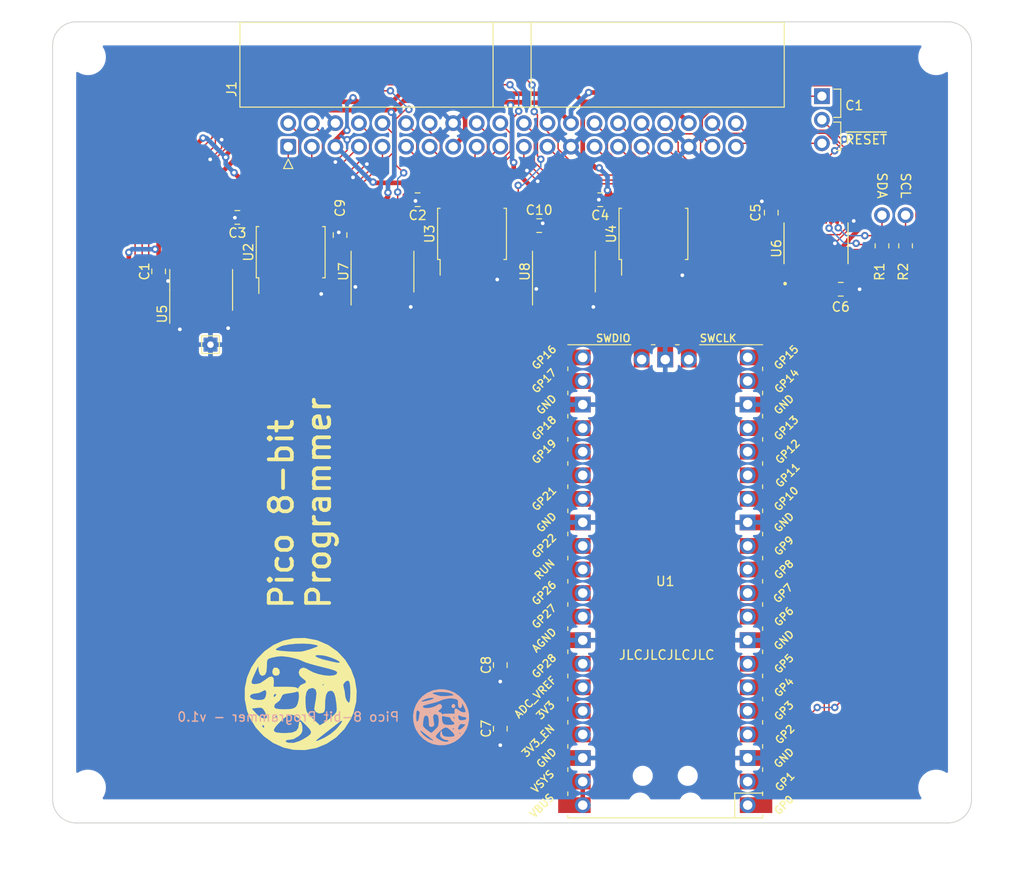
<source format=kicad_pcb>
(kicad_pcb (version 20240108) (generator "pcbnew") (generator_version "8.0")
  (layers (0 "F.Cu" signal) (31 "B.Cu" signal) (34 "B.Paste" user) (35 "F.Paste" user) (36 "B.SilkS" user "B.Silkscreen") (37 "F.SilkS" user "F.Silkscreen") (38 "B.Mask" user) (39 "F.Mask" user) (44 "Edge.Cuts" user))
  (net 0 "")
  (net 1 "/D0")
  (net 2 "/D1")
  (net 3 "/D2")
  (net 4 "/D3")
  (net 5 "+5V")
  (net 6 "GND")
  (net 7 "/D4")
  (net 8 "/D5")
  (net 9 "/D6")
  (net 10 "/D7")
  (net 11 "/A0")
  (net 12 "/A1")
  (net 13 "/A2")
  (net 14 "/A3")
  (net 15 "+3.3V")
  (net 16 "/TX")
  (net 17 "/A4")
  (net 18 "/A5")
  (net 19 "/A6")
  (net 20 "/A7")
  (net 21 "/A8")
  (net 22 "/A9")
  (net 23 "/A10")
  (net 24 "/A11")
  (net 25 "/RX")
  (net 26 "/~{STBY}")
  (net 27 "/A12")
  (net 28 "/A13")
  (net 29 "/A14")
  (net 30 "/A15")
  (net 31 "Net-(J2-Pin_1)")
  (net 32 "Net-(J2-Pin_2)")
  (net 33 "/~{P_STBY}")
  (net 34 "/P_CLK")
  (net 35 "/P_R{slash}~{W}")
  (net 37 "/D7_OUT")
  (net 38 "/D6_OUT")
  (net 39 "/D5_OUT")
  (net 40 "/D4_OUT")
  (net 41 "/D3_OUT")
  (net 42 "/D2_OUT")
  (net 43 "/D1_OUT")
  (net 44 "/D0_OUT")
  (net 45 "/D_LATCH")
  (net 46 "/A_H_LATCH")
  (net 47 "/A_L_LATCH")
  (net 48 "/P_TX")
  (net 49 "/P_RX")
  (net 50 "/R{slash}~{W}")
  (net 51 "/CLK")
  (net 57 "/C1")
  (net 58 "/~{IRQ}")
  (net 59 "/P_C1")
  (net 60 "/~{D_LATCH_OE}")
  (net 61 "/~{D_BUF_OE}")
  (net 62 "/~{A_L_LATCH_OE}")
  (net 63 "/~{A_L_BUF_OE}")
  (net 64 "/~{A_H_LATCH_OE}")
  (net 65 "/~{A_H_BUF_OE}")
  (net 66 "/~{P_IRQ}")
  (net 69 "/~{RESET}")
  (net 70 "/EXTRA_PIN")
  (footprint "TestPoint:TestPoint_THTPad_1.5x1.5mm_Drill0.7mm" (layer "F.Cu") (at 48.768 64.008)
    (property "Reference" "REF**" (hide yes))
    (property "Value" "TestPoint_THTPad_1.5x1.5mm_Drill0.7mm")
  )
  (footprint "Capacitor_SMD:C_0805_2012Metric_Pad1.18x1.45mm_HandSolder" (layer "F.Cu") (at 109.22 49.784 90)
    (property "Reference" "C5")
    (property "Value" "100n")
  )
  (footprint "Resistor_SMD:R_0805_2012Metric_Pad1.20x1.40mm_HandSolder" (layer "F.Cu") (at 121.158 53.356 90)
    (property "Reference" "R1")
    (property "Value" "10k")
  )
  (footprint "own_footprints:PinHeader_1x02_P2.54mm_Vertical_minimal" (layer "F.Cu") (at 123.698 50.054 -90)
    (property "Reference" "J2" (hide yes))
    (property "Value" "greenpak_i2c")
  )
  (footprint "Capacitor_SMD:C_0805_2012Metric_Pad1.18x1.45mm_HandSolder" (layer "F.Cu") (at 62.738 52.197 90)
    (property "Reference" "C9")
    (property "Value" "100n")
  )
  (footprint "MountingHole:MountingHole_3.2mm_M3" (layer "F.Cu") (at 127 111.760001)
    (property "Reference" "REF**" (hide yes))
    (property "Value" "MountingHole_3.2mm_M3")
  )
  (footprint "Package_SO:TSSOP-20_4.4x6.5mm_P0.65mm" (layer "F.Cu") (at 67.31 56.134 90)
    (property "Reference" "U7")
    (property "Value" "74LVC245")
  )
  (footprint "Package_SO:TSSOP-20_4.4x6.5mm_P0.65mm" (layer "F.Cu") (at 86.868 56.134 90)
    (property "Reference" "U8")
    (property "Value" "74LVC245")
  )
  (footprint "Package_SO:SSOP-20_5.3x7.2mm_P0.65mm" (layer "F.Cu") (at 57.415 54.0435 90)
    (property "Reference" "U2")
    (property "Value" "74AHCT573")
  )
  (footprint "Package_SO:TSSOP-20_4.4x6.5mm_P0.65mm" (layer "F.Cu") (at 47.763 58.1075 90)
    (property "Reference" "U5")
    (property "Value" "74LVC245")
  )
  (footprint "Capacitor_SMD:C_0805_2012Metric_Pad1.18x1.45mm_HandSolder" (layer "F.Cu") (at 80.01 98.552 -90)
    (property "Reference" "C8")
    (property "Value" "4.7u")
  )
  (footprint "MountingHole:MountingHole_3.2mm_M3" (layer "F.Cu") (at 127 33.02)
    (property "Reference" "REF**" (hide yes))
    (property "Value" "MountingHole_3.2mm_M3")
  )
  (footprint "Connector_PinHeader_2.54mm:PinHeader_1x03_P2.54mm_Vertical" (layer "F.Cu") (at 114.681 37.226)
    (property "Reference" "JP1" (hide yes))
    (property "Value" "Jumper_3_Bridged12")
  )
  (footprint "Package_SO:SSOP-20_5.3x7.2mm_P0.65mm" (layer "F.Cu") (at 96.52 52.07 90)
    (property "Reference" "U4")
    (property "Value" "74AHCT573")
  )
  (footprint "Package_SO:SSOP-20_5.3x7.2mm_P0.65mm" (layer "F.Cu") (at 76.962 52.07 90)
    (property "Reference" "U3")
    (property "Value" "74AHCT573")
  )
  (footprint "Capacitor_SMD:C_0805_2012Metric_Pad1.18x1.45mm_HandSolder" (layer "F.Cu") (at 51.6675 50.292 180)
    (property "Reference" "C3")
    (property "Value" "100n")
  )
  (footprint "Capacitor_SMD:C_0805_2012Metric_Pad1.18x1.45mm_HandSolder" (layer "F.Cu") (at 90.7835 48.387 180)
    (property "Reference" "C4")
    (property "Value" "100n")
  )
  (footprint "Capacitor_SMD:C_0805_2012Metric_Pad1.18x1.45mm_HandSolder" (layer "F.Cu") (at 116.713 58.039)
    (property "Reference" "C6")
    (property "Value" "100n")
  )
  (footprint "own_footprints:smyrill_logo" (layer "F.Cu") (at 58.42 101.6)
    (property "Reference" "G***" (hide yes))
    (property "Value" "LOGO" (hide yes))
  )
  (footprint "Connector_IDC:IDC-Header_2x20_P2.54mm_Horizontal" (layer "F.Cu") (at 57.15 42.672 90)
    (property "Reference" "J1")
    (property "Value" "8bit_thing_bus_connector")
  )
  (footprint "MountingHole:MountingHole_3.2mm_M3" (layer "F.Cu") (at 35.56 33.02)
    (property "Reference" "REF**" (hide yes))
    (property "Value" "MountingHole_3.2mm_M3")
  )
  (footprint "MountingHole:MountingHole_3.2mm_M3" (layer "F.Cu") (at 35.56 111.760001)
    (property "Reference" "REF**" (hide yes))
    (property "Value" "MountingHole_3.2mm_M3")
  )
  (footprint "Capacitor_SMD:C_0805_2012Metric_Pad1.18x1.45mm_HandSolder" (layer "F.Cu") (at 84.201 51.181)
    (property "Reference" "C10")
    (property "Value" "100n")
  )
  (footprint "Capacitor_SMD:C_0805_2012Metric_Pad1.18x1.45mm_HandSolder" (layer "F.Cu") (at 43.18 56.1125 -90)
    (property "Reference" "C1")
    (property "Value" "100n")
  )
  (footprint "Capacitor_SMD:C_0805_2012Metric_Pad1.18x1.45mm_HandSolder" (layer "F.Cu") (at 71.0985 48.387 180)
    (property "Reference" "C2")
    (property "Value" "100n")
  )
  (footprint "imported_footprints:SOP65P640X120-20N" (layer "F.Cu") (at 114.046 53.086 90)
    (property "Reference" "U6")
    (property "Value" "SLG46826G")
  )
  (footprint "Resistor_SMD:R_0805_2012Metric_Pad1.20x1.40mm_HandSolder" (layer "F.Cu") (at 123.698 53.356 90)
    (property "Reference" "R2")
    (property "Value" "10k")
  )
  (footprint "imported_footprints:RPi_Pico_SMD_TH" (layer "F.Cu") (at 97.79 89.52 180)
    (property "Reference" "U1")
    (property "Value" "Pico")
  )
  (footprint "Capacitor_SMD:C_0805_2012Metric_Pad1.18x1.45mm_HandSolder" (layer "F.Cu") (at 80.01 105.41 -90)
    (property "Reference" "C7")
    (property "Value" "4.7u")
  )
  (footprint "own_footprints:smyrill_logo_small" (layer "B.Cu") (at 73.66 104.14 180)
    (property "Reference" "G***" (hide yes))
    (property "Value" "LOGO" (hide yes))
  )
  (gr_arc (start 128.27 29.21) (mid 130.066051 29.953949) (end 130.81 31.75) (stroke (width 0.1)) (layer "Edge.Cuts"))
  (gr_arc (start 34.29 115.57) (mid 32.493949 114.826051) (end 31.75 113.03) (stroke (width 0.1)) (layer "Edge.Cuts"))
  (gr_arc (start 130.81 113.03) (mid 130.066051 114.826051) (end 128.27 115.57) (stroke (width 0.1)) (layer "Edge.Cuts"))
  (gr_line (start 31.75 113.03) (end 31.75 31.75) (stroke (width 0.1)) (layer "Edge.Cuts"))
  (gr_line (start 34.29 115.57) (end 128.27 115.57) (stroke (width 0.1)) (layer "Edge.Cuts"))
  (gr_line (start 130.81 113.03) (end 130.81 31.75) (stroke (width 0.1)) (layer "Edge.Cuts"))
  (gr_line (start 34.29 29.21) (end 128.27 29.21) (stroke (width 0.1)) (layer "Edge.Cuts"))
  (gr_arc (start 31.75 31.75) (mid 32.493949 29.953949) (end 34.29 29.21) (stroke (width 0.1)) (layer "Edge.Cuts"))
  (gr_text "Pico 8-bit Programmer - v1.0" (at 57.15 104.14 0) (layer "B.SilkS") (effects (font (size 1 1)) (justify mirror)))
  (gr_text "Pico 8-bit\nProgrammer" (at 58.42 92.71 90) (layer "F.SilkS") (effects (font (size 2.5 2.5) (thickness 0.4)) (justify left)))
  (gr_text "JLCJLCJLCJLC" (at 92.71 98.044 0) (layer "F.SilkS") (effects (font (size 1 1)) (justify left bottom)))
  (gr_text "~{RESET}" (at 117.094 41.91 0) (layer "F.SilkS") (effects (font (size 1 1)) (justify left)))
  (gr_text "SCL" (at 123.698 46.863 -90) (layer "F.SilkS") (effects (font (size 1 1))))
  (gr_text "C1" (at 117.094 38.227 0) (layer "F.SilkS") (effects (font (size 1 1)) (justify left)))
  (gr_text "SDA" (at 121.158 46.863 -90) (layer "F.SilkS") (effects (font (size 1 1))))
  (segment (start 46.138 54.591815) (end 46.138 54.192) (width 0.15) (layer "F.Cu") (net 1))
  (segment (start 54.765594 51.7435) (end 55.135264 51.37383) (width 0.15) (layer "F.Cu") (net 1))
  (segment (start 57.15 46.863) (end 55.14 48.873) (width 0.15) (layer "F.Cu") (net 1))
  (segment (start 46.138 54.192) (end 48.5865 51.7435) (width 0.15) (layer "F.Cu") (net 1))
  (segment (start 55.14 48.873) (end 55.14 50.5435) (width 0.15) (layer "F.Cu") (net 1))
  (segment (start 48.5865 51.7435) (end 54.765594 51.7435) (width 0.15) (layer "F.Cu") (net 1))
  (segment (start 57.15 42.672) (end 57.15 46.863) (width 0.15) (layer "F.Cu") (net 1))
  (segment (start 58.3 46.729) (end 55.79 49.239) (width 0.15) (layer "F.Cu") (net 2))
  (segment (start 54.881658 52.050994) (end 55.008658 51.923994) (width 0.15) (layer "F.Cu") (net 2))
  (segment (start 55.389836 51.923994) (end 55.79 51.52383) (width 0.15) (layer "F.Cu") (net 2))
  (segment (start 55.79 51.52383) (end 55.79 50.5435) (width 0.15) (layer "F.Cu") (net 2))
  (segment (start 46.788 54.304) (end 49.041006 52.050994) (width 0.15) (layer "F.Cu") (net 2))
  (segment (start 57.15 40.132) (end 58.3 41.282) (width 0.15) (layer "F.Cu") (net 2))
  (segment (start 55.008658 51.923994) (end 55.389836 51.923994) (width 0.15) (layer "F.Cu") (net 2))
  (segment (start 55.79 49.239) (end 55.79 50.5435) (width 0.15) (layer "F.Cu") (net 2))
  (segment (start 49.041006 52.050994) (end 54.881658 52.050994) (width 0.15) (layer "F.Cu") (net 2))
  (segment (start 58.3 41.282) (end 58.3 46.729) (width 0.15) (layer "F.Cu") (net 2))
  (segment (start 46.788 54.591815) (end 46.788 54.304) (width 0.15) (layer "F.Cu") (net 2))
  (segment (start 59.69 42.672) (end 59.69 46.46317) (width 0.15) (layer "F.Cu") (net 3))
  (segment (start 55.640715 52.350495) (end 56.44 51.55121) (width 0.15) (layer "F.Cu") (net 3))
  (segment (start 47.438 54.591815) (end 47.438 54.416) (width 0.15) (layer "F.Cu") (net 3))
  (segment (start 49.503505 52.350495) (end 55.640715 52.350495) (width 0.15) (layer "F.Cu") (net 3))
  (segment (start 59.69 46.46317) (end 56.44 49.71317) (width 0.15) (layer "F.Cu") (net 3))
  (segment (start 47.438 54.416) (end 49.503505 52.350495) (width 0.15) (layer "F.Cu") (net 3))
  (segment (start 56.44 51.55121) (end 56.44 50.5435) (width 0.15) (layer "F.Cu") (net 3))
  (segment (start 57.09 51.451768) (end 57.09 50.5435) (width 0.15) (layer "F.Cu") (net 4))
  (segment (start 50.093004 52.649996) (end 55.891772 52.649996) (width 0.15) (layer "F.Cu") (net 4))
  (segment (start 60.84 41.282) (end 60.84 45.96317) (width 0.15) (layer "F.Cu") (net 4))
  (segment (start 55.891772 52.649996) (end 57.09 51.451768) (width 0.15) (layer "F.Cu") (net 4))
  (segment (start 48.151185 54.591815) (end 50.093004 52.649996) (width 0.15) (layer "F.Cu") (net 4))
  (segment (start 60.84 45.96317) (end 57.09 49.71317) (width 0.15) (layer "F.Cu") (net 4))
  (segment (start 59.69 40.132) (end 60.84 41.282) (width 0.15) (layer "F.Cu") (net 4))
  (segment (start 90.297 44.958) (end 88.9 43.561) (width 0.5) (layer "F.Cu") (net 5))
  (segment (start 54.2385 50.292) (end 54.39 50.4435) (width 0.5) (layer "F.Cu") (net 5))
  (segment (start 116.429875 53.9355) (end 112.334 53.9355) (width 0.5) (layer "F.Cu") (net 5))
  (segment (start 52.705 46.863) (end 51.308 45.466) (width 0.5) (layer "F.Cu") (net 5))
  (segment (start 93.445 48.42) (end 93.445 48.57) (width 0.5) (layer "F.Cu") (net 5))
  (segment (start 70.3169 46.5679) (end 72.136 48.387) (width 0.5) (layer "F.Cu") (net 5))
  (segment (start 100.33 40.132) (end 98.03 37.832) (width 0.5) (layer "F.Cu") (net 5))
  (segment (start 117.521374 52.734125) (end 117.521374 52.844001) (width 0.5) (layer "F.Cu") (net 5))
  (segment (start 118.9595 51.295999) (end 117.521374 52.734125) (width 0.5) (layer "F.Cu") (net 5))
  (segment (start 116.429875 53.9355) (end 120.7375 53.9355) (width 0.5) (layer "F.Cu") (net 5))
  (segment (start 88.9 111.11) (end 88.9 113.65) (width 0.5) (layer "F.Cu") (net 5))
  (segment (start 110.5205 50.8215) (end 111.116 50.226) (width 0.5) (layer "F.Cu") (net 5))
  (segment (start 74.037 48.57) (end 72.319 48.57) (width 0.5) (layer "F.Cu") (net 5))
  (segment (start 52.705 50.292) (end 52.705 46.863) (width 0.5) (layer "F.Cu") (net 5))
  (segment (start 86.84 111.11) (end 80.1025 104.3725) (width 0.5) (layer "F.Cu") (net 5))
  (segment (start 88.025 36.957) (end 69.241718 36.957) (width 0.5) (layer "F.Cu") (net 5))
  (segment (start 91.821 47.625) (end 91.567 47.371) (width 0.5) (layer "F.Cu") (net 5))
  (segment (start 91.821 48.387) (end 93.412 48.387) (width 0.5) (layer "F.Cu") (net 5))
  (segment (start 63.297919 40.910706) (end 63.479568 40.910706) (width 0.5) (layer "F.Cu") (net 5))
  (segment (start 80.01 104.3725) (end 38.354 62.7165) (width 0.5) (layer "F.Cu") (net 5))
  (segment (start 88.9 43.561) (end 88.9 37.832) (width 0.5) (layer "F.Cu") (net 5))
  (segment (start 56.183358 37.832) (end 50.413523 43.601835) (width 0.5) (layer "F.Cu") (net 5))
  (segment (start 90.678 44.958) (end 90.297 44.958) (width 0.5) (layer "F.Cu") (net 5))
  (segment (start 66.3799 46.5679) (end 70.3169 46.5679) (width 0.5) (layer "F.Cu") (net 5))
  (segment (start 66.294 46.482) (end 66.3799 46.5679) (width 0.5) (layer "F.Cu") (net 5))
  (segment (start 123.698 54.356) (end 121.158 54.356) (width 0.5) (layer "F.Cu") (net 5))
  (segment (start 98.03 37.832) (end 99.936 35.926) (width 0.5) (layer "F.Cu") (net 5))
  (segment (start 88.9 37.832) (end 88.025 36.957) (width 0.5) (layer "F.Cu") (net 5))
  (segment (start 50.413523 43.601835) (end 50.413523 43.809523) (width 0.5) (layer "F.Cu") (net 5))
  (segment (start 115.981 35.926) (end 118.9595 38.9045) (width 0.5) (layer "F.Cu") (net 5))
  (segment (start 52.705 50.292) (end 54.2385 50.292) (width 0.5) (layer "F.Cu") (net 5))
  (segment (start 112.334 53.9355) (end 109.22 50.8215) (width 0.5) (layer "F.Cu") (net 5))
  (segment (start 68.366718 37.832) (end 64.643 37.832) (width 0.5) (layer "F.Cu") (net 5))
  (segment (start 91.821 48.387) (end 91.821 47.625) (width 0.5) (layer "F.Cu") (net 5))
  (segment (start 120.7375 53.9355) (end 121.158 54.356) (width 0.5) (layer "F.Cu") (net 5))
  (segment (start 118.9595 38.9045) (end 118.9595 51.295999) (width 0.5) (layer "F.Cu") (net 5))
  (segment (start 38.354 51.351744) (end 47.964372 41.741372) (width 0.5) (layer "F.Cu") (net 5))
  (segment (start 69.241718 36.957) (end 68.366718 37.832) (width 0.5) (layer "F.Cu") (net 5))
  (segment (start 111.116 50.226) (end 111.116 50.221) (width 0.5) (layer "F.Cu") (net 5))
  (segment (start 62.23 42.181906) (end 62.23 41.978625) (width 0.5) (layer "F.Cu") (net 5))
  (segment (start 109.22 50.8215) (end 110.5205 50.8215) (width 0.5) (layer "F.Cu") (net 5))
  (segment (start 117.521374 52.844001) (end 116.429875 53.9355) (width 0.5) (layer "F.Cu") (net 5))
  (segment (start 99.936 35.926) (end 115.981 35.926) (width 0.5) (layer "F.Cu") (net 5))
  (segment (start 38.354 62.7165) (end 38.354 51.351744) (width 0.5) (layer "F.Cu") (net 5))
  (segment (start 64.643 37.832) (end 64.565 37.832) (width 0.5) (layer "F.Cu") (net 5))
  (segment (start 98.03 37.832) (end 88.9 37.832) (width 0.5) (layer "F.Cu") (net 5))
  (segment (start 64.565 37.832) (end 64.135 37.402) (width 0.5) (layer "F.Cu") (net 5))
  (segment (start 93.412 48.387) (end 93.445 48.42) (width 0.5) (layer "F.Cu") (net 5))
  (segment (start 64.643 37.832) (end 56.183358 37.832) (width 0.5) (layer "F.Cu") (net 5))
  (segment (start 62.23 41.978625) (end 63.297919 40.910706) (width 0.5) (layer "F.Cu") (net 5))
  (segment (start 54.39 50.4435) (end 54.39 50.5435) (width 0.5) (layer "F.Cu") (net 5))
  (via (at 47.964372 41.741372) (size 0.8) (drill 0.4) (layers "F.Cu" "B.Cu") (net 5))
  (via (at 51.308 45.466) (size 0.8) (drill 0.4) (layers "F.Cu" "B.Cu") (net 5))
  (via (at 50.413523 43.809523) (size 0.8) (drill 0.4) (layers "F.Cu" "B.Cu") (net 5))
  (via (at 66.294 46.482) (size 0.8) (drill 0.4) (layers "F.Cu" "B.Cu") (net 5))
  (via (at 90.678 44.958) (size 0.8) (drill 0.4) (layers "F.Cu" "B.Cu") (net 5))
  (via (at 64.135 37.402) (size 0.8) (drill 0.4) (layers "F.Cu" "B.Cu") (net 5))
  (via (at 63.479568 40.910706) (size 0.8) (drill 0.4) (layers "F.Cu" "B.Cu") (net 5))
  (via (at 91.567 47.371) (size 0.8) (drill 0.4) (layers "F.Cu" "B.Cu") (net 5))
  (segment (start 48.345372 41.741372) (end 50.413523 43.809523) (width 0.5) (layer "B.Cu") (net 5))
  (segment (start 66.294 46.482) (end 66.167 46.482) (width 0.5) (layer "B.Cu") (net 5))
  (segment (start 50.413523 44.571523) (end 50.413523 43.809523) (width 0.5) (layer "B.Cu") (net 5))
  (segment (start 63.48 40.58) (end 63.48 40.910274) (width 0.5) (layer "B.Cu") (net 5))
  (segment (start 91.567 45.847) (end 90.678 44.958) (width 0.5) (layer "B.Cu") (net 5))
  (segment (start 63.48 40.58) (end 63.48 38.057) (width 0.4) (layer "B.Cu") (net 5))
  (segment (start 63.48 40.910274) (end 63.479568 40.910706) (width 0.5) (layer "B.Cu") (net 5))
  (segment (start 63.48 40.863774) (end 63.48 40.58) (width 0.4) (layer "B.Cu") (net 5))
  (segment (start 63.48 38.057) (end 64.135 37.402) (width 0.5) (layer "B.Cu") (net 5))
  (segment (start 51.308 45.466) (end 50.413523 44.571523) (width 0.5) (layer "B.Cu") (net 5))
  (segment (start 91.567 47.371) (end 91.567 45.847) (width 0.5) (layer "B.Cu") (net 5))
  (segment (start 47.964372 41.741372) (end 48.345372 41.741372) (width 0.5) (layer "B.Cu") (net 5))
  (segment (start 66.167 46.482) (end 62.357 42.672) (width 0.5) (layer "B.Cu") (net 5))
  (segment (start 64.385 58.9965) (end 64.385 57.789) (width 0.5) (layer "F.Cu") (net 6))
  (segment (start 83.943 58.058797) (end 83.889509 58.005306) (width 0.5) (layer "F.Cu") (net 6))
  (segment (start 62.738 51.760574) (end 62.594537 51.904037) (width 0.5) (layer "F.Cu") (net 6))
  (segment (start 99.445 56.339536) (end 99.632388 56.526924) (width 0.5) (layer "F.Cu") (net 6))
  (segment (start 70.235 59.821) (end 70.358 59.944) (width 0.5) (layer "F.Cu") (net 6))
  (segment (start 70.739 48.387) (end 70.866 48.514) (width 0.5) (layer "F.Cu") (net 6))
  (segment (start 45.359683 62.357) (end 45.466 62.357) (width 0.5) (layer "F.Cu") (net 6))
  (segment (start 118.11 51.054) (end 118.11 50.673) (width 0.15) (layer "F.Cu") (net 6))
  (segment (start 50.688 60.97) (end 50.688 62.215) (width 0.5) (layer "F.Cu") (net 6))
  (segment (start 99.445 55.57) (end 99.445 56.339536) (width 0.5) (layer "F.Cu") (net 6))
  (segment (start 109.22 48.7465) (end 108.392 48.7465) (width 0.5) (layer "F.Cu") (net 6))
  (segment (start 117.475 57.7635) (end 117.475 57.023) (width 0.5) (layer "F.Cu") (net 6))
  (segment (start 43.18 57.15) (end 44.196 57.15) (width 0.5) (layer "F.Cu") (net 6))
  (segment (start 49.969348 42.80554) (end 48.736944 44.037944) (width 0.15) (layer "F.Cu") (net 6))
  (segment (start 65.626556 44.544556) (end 65.564444 44.544556) (width 0.15) (layer "F.Cu") (net 6))
  (segment (start 116.078 53.086) (end 118.11 51.054) (width 0.15) (layer "F.Cu") (net 6))
  (segment (start 116.976 55.951) (end 116.976 56.524) (width 0.4) (layer "F.Cu") (net 6))
  (segment (start 84.836 51.181) (end 84.582 50.927) (width 0.5) (layer "F.Cu") (net 6))
  (segment (start 65.564444 44.544556) (end 64.135 45.974) (width 0.15) (layer "F.Cu") (net 6))
  (segment (start 83.943 58.9965) (end 83.943 58.058797) (width 0.5) (layer "F.Cu") (net 6))
  (segment (start 64.385 57.789) (end 64.389 57.785) (width 0.5) (layer "F.Cu") (net 6))
  (segment (start 60.34 58.181) (end 60.706 58.547) (width 0.5) (layer "F.Cu") (net 6))
  (segment (start 79.887 56.782473) (end 79.679227 56.990246) (width 0.5) (layer "F.Cu") (net 6))
  (segment (start 85.2385 51.181) (end 84.836 51.181) (width 0.5) (layer "F.Cu") (net 6))
  (segment (start 51.362204 50.292) (end 51.398602 50.328398) (width 0.5) (layer "F.Cu") (net 6))
  (segment (start 79.887 55.57) (end 79.887 56.782473) (width 0.5) (layer "F.Cu") (net 6))
  (segment (start 63.5 41.91) (end 63.5 43.053) (width 0.15) (layer "F.Cu") (net 6))
  (segment (start 44.838 61.835317) (end 45.359683 62.357) (width 0.5) (layer "F.Cu") (net 6))
  (segment (start 80.01 99.5895) (end 80.01 100.33) (width 0.5) (layer "F.Cu") (net 6))
  (segment (start 80.01 106.4475) (end 80.01 107.188) (width 0.5) (layer "F.Cu") (net 6))
  (segment (start 70.061 48.387) (end 70.739 48.387) (width 0.5) (layer "F.Cu") (net 6))
  (segment (start 117.7505 58.039) (end 118.745 58.039) (width 0.5) (layer "F.Cu") (net 6))
  (segment (start 89.793 59.694) (end 90.043 59.944) (width 0.5) (layer "F.Cu") (net 6))
  (segment (start 44.838 60.97) (end 44.838 61.835317) (width 0.5) (layer "F.Cu") (net 6))
  (segment (start 70.235 58.9965) (end 70.235 59.821) (width 0.5) (layer "F.Cu") (net 6))
  (segment (start 89.746 48.387) (end 90.634 48.387) (width 0.5) (layer "F.Cu") (net 6))
  (segment (start 50.63 50.292) (end 51.362204 50.292) (width 0.5) (layer "F.Cu") (net 6))
  (segment (start 116.976 56.524) (end 117.475 57.023) (width 0.4) (layer "F.Cu") (net 6))
  (segment (start 63.5 43.053) (end 62.23 44.323) (width 0.15) (layer "F.Cu") (net 6))
  (segment (start 89.793 58.9965) (end 89.793 59.694) (width 0.5) (layer "F.Cu") (net 6))
  (segment (start 50.688 62.215) (end 50.673 62.23) (width 0.5) (layer "F.Cu") (net 6))
  (segment (start 62.738 51.1595) (end 62.738 51.760574) (width 0.5) (layer "F.Cu") (net 6))
  (segment (start 82.88 45.24) (end 84.04 46.399998) (width 0.15) (layer "F.Cu") (net 6))
  (segment (start 49.969348 41.913764) (end 49.969348 42.80554) (width 0.15) (layer "F.Cu") (net 6))
  (segment (start 108.392 48.7465) (end 108.204 48.5585) (width 0.5) (layer "F.Cu") (net 6))
  (via (at 80.01 107.188) (size 0.8) (drill 0.4) (layers "F.Cu" "B.Cu") (net 6))
  (via (at 99.632388 56.526924) (size 0.8) (drill 0.4) (layers "F.Cu" "B.Cu") (net 6))
  (via (at 45.466 62.357) (size 0.8) (drill 0.4) (layers "F.Cu" "B.Cu") (net 6))
  (via (at 116.078 53.086) (size 0.8) (drill 0.4) (layers "F.Cu" "B.Cu") (net 6))
  (via (at 64.135 45.974) (size 0.8) (drill 0.4) (layers "F.Cu" "B.Cu") (net 6))
  (via (at 79.679227 56.990246) (size 0.8) (drill 0.4) (layers "F.Cu" "B.Cu") (net 6))
  (via (at 83.889509 58.005306) (size 0.8) (drill 0.4) (layers "F.Cu" "B.Cu") (net 6))
  (via (at 108.204 48.5585) (size 0.8) (drill 0.4) (layers "F.Cu" "B.Cu") (net 6))
  (via (at 65.626556 44.544556) (size 0.8) (drill 0.4) (layers "F.Cu" "B.Cu") (net 6))
  (via (at 70.866 48.514) (size 0.8) (drill 0.4) (layers "F.Cu" "B.Cu") (net 6))
  (via (at 90.043 59.944) (size 0.8) (drill 0.4) (layers "F.Cu" "B.Cu") (net 6))
  (via (at 63.5 41.91) (size 0.8) (drill 0.4) (layers "F.Cu" "B.Cu") (net 6))
  (via (at 80.01 100.33) (size 0.8) (drill 0.4) (layers "F.Cu" "B.Cu") (net 6))
  (via (at 62.594537 51.904037) (size 0.8) (drill 0.4) (layers "F.Cu" "B.Cu") (net 6))
  (via (at 48.736944 44.037944) (size 0.8) (drill 0.4) (layers "F.Cu" "B.Cu") (net 6))
  (via (at 84.04 46.399998) (size 0.8) (drill 0.4) (layers "F.Cu" "B.Cu") (net 6))
  (via (at 118.745 58.039) (size 0.8) (drill 0.4) (layers "F.Cu" "B.Cu") (net 6))
  (via (at 50.673 62.23) (size 0.8) (drill 0.4) (layers "F.Cu" "B.Cu") (net 6))
  (via (at 51.398602 50.328398) (size 0.8) (drill 0.4) (layers "F.Cu" "B.Cu") (net 6))
  (via (at 90.634 48.387) (size 0.8) (drill 0.4) (layers "F.Cu" "B.Cu") (net 6))
  (via (at 49.969348 41.913764) (size 0.8) (drill 0.4) (layers "F.Cu" "B.Cu") (net 6))
  (via (at 44.196 57.15) (size 0.8) (drill 0.4) (layers "F.Cu" "B.Cu") (net 6))
  (via (at 84.582 50.927) (size 0.8) (drill 0.4) (layers "F.Cu" "B.Cu") (net 6))
  (via (at 82.88 45.24) (size 0.8) (drill 0.4) (layers "F.Cu" "B.Cu") (net 6))
  (via (at 70.358 59.944) (size 0.8) (drill 0.4) (layers "F.Cu" "B.Cu") (net 6))
  (via (at 62.23 44.323) (size 0.8) (drill 0.4) (layers "F.Cu" "B.Cu") (net 6))
  (via (at 118.11 50.673) (size 0.8) (drill 0.4) (layers "F.Cu" "B.Cu") (net 6))
  (via (at 60.706 58.547) (size 0.8) (drill 0.4) (layers "F.Cu" "B.Cu") (net 6))
  (via (at 64.389 57.785) (size 0.8) (drill 0.4) (layers "F.Cu" "B.Cu") (net 6))
  (segment (start 49.9495 53.6825) (end 50.682503 52.949497) (width 0.15) (layer "F.Cu") (net 7))
  (segment (start 56.269829 52.949497) (end 57.74 51.479326) (width 0.15) (layer "F.Cu") (net 7))
  (segment (start 48.738 54.591815) (end 49.647315 53.6825) (width 0.15) (layer "F.Cu") (net 7))
  (segment (start 57.74 51.479326) (end 57.74 50.5435) (width 0.15) (layer "F.Cu") (net 7))
  (segment (start 50.682503 52.949497) (end 56.269829 52.949497) (width 0.15) (layer "F.Cu") (net 7))
  (segment (start 64.77 42.672) (end 57.74 49.702) (width 0.15) (layer "F.Cu") (net 7))
  (segment (start 49.647315 53.6825) (end 49.9495 53.6825) (width 0.15) (layer "F.Cu") (net 7))
  (segment (start 64.77 40.132) (end 65.92 41.282) (width 0.15) (layer "F.Cu") (net 8))
  (segment (start 65.92 41.282) (end 65.92 43.173) (width 0.15) (layer "F.Cu") (net 8))
  (segment (start 61.62117 46.482) (end 58.39 49.71317) (width 0.15) (layer "F.Cu") (net 8))
  (segment (start 51.272002 53.248998) (end 56.746042 53.248998) (width 0.15) (layer "F.Cu") (net 8))
  (segment (start 50.5385 53.9825) (end 51.272002 53.248998) (width 0.15) (layer "F.Cu") (net 8))
  (segment (start 62.611 46.482) (end 61.62117 46.482) (width 0.15) (layer "F.Cu") (net 8))
  (segment (start 56.746042 53.248998) (end 58.39 51.60504) (width 0.15) (layer "F.Cu") (net 8))
  (segment (start 49.997315 53.9825) (end 50.5385 53.9825) (width 0.15) (layer "F.Cu") (net 8))
  (segment (start 58.39 51.60504) (end 58.39 50.5435) (width 0.15) (layer "F.Cu") (net 8))
  (segment (start 49.388 54.591815) (end 49.997315 53.9825) (width 0.15) (layer "F.Cu") (net 8))
  (segment (start 65.92 43.173) (end 62.611 46.482) (width 0.15) (layer "F.Cu") (net 8))
  (segment (start 50.347315 54.2825) (end 51.1275 54.2825) (width 0.15) (layer "F.Cu") (net 9))
  (segment (start 51.1275 54.2825) (end 51.861501 53.548499) (width 0.15) (layer "F.Cu") (net 9))
  (segment (start 59.04 51.52002) (end 59.04 50.5435) (width 0.15) (layer "F.Cu") (net 9))
  (segment (start 67.31 43.815) (end 63.246 47.879) (width 0.15) (layer "F.Cu") (net 9))
  (segment (start 67.31 42.672) (end 67.31 43.815) (width 0.15) (layer "F.Cu") (net 9))
  (segment (start 51.861501 53.548499) (end 57.011521 53.548499) (width 0.15) (layer "F.Cu") (net 9))
  (segment (start 57.011521 53.548499) (end 59.04 51.52002) (width 0.15) (layer "F.Cu") (net 9))
  (segment (start 63.246 47.879) (end 60.87417 47.879) (width 0.15) (layer "F.Cu") (net 9))
  (segment (start 60.87417 47.879) (end 59.04 49.71317) (width 0.15) (layer "F.Cu") (net 9))
  (segment (start 50.038 54.591815) (end 50.347315 54.2825) (width 0.15) (layer "F.Cu") (net 9))
  (segment (start 62.465 49.295) (end 60.10817 49.295) (width 0.15) (layer "F.Cu") (net 10))
  (segment (start 60.10817 49.295) (end 59.69 49.71317) (width 0.15) (layer "F.Cu") (net 10))
  (segment (start 68.450499 43.309501) (end 62.465 49.295) (width 0.15) (layer "F.Cu") (net 10))
  (segment (start 67.31 40.132) (end 68.450499 41.272499) (width 0.15) (layer "F.Cu") (net 10))
  (segment (start 50.688 55.245) (end 52.084501 53.848499) (width 0.15) (layer "F.Cu") (net 10))
  (segment (start 57.276501 53.848499) (end 59.69 51.435) (width 0.15) (layer "F.Cu") (net 10))
  (segment (start 68.450499 41.272499) (end 68.450499 43.309501) (width 0.15) (layer "F.Cu") (net 10))
  (segment (start 52.084501 53.848499) (end 57.276501 53.848499) (width 0.15) (layer "F.Cu") (net 10))
  (segment (start 59.69 51.435) (end 59.69 51.338475) (width 0.15) (layer "F.Cu") (net 10))
  (segment (start 65.786 52.393314) (end 68.409314 49.77) (width 0.15) (layer "F.Cu") (net 11))
  (segment (start 74.31733 49.77) (end 74.687 49.40033) (width 0.15) (layer "F.Cu") (net 11))
  (segment (start 74.687 47.509) (end 69.85 42.672) (width 0.15) (layer "F.Cu") (net 11))
  (segment (start 65.786 52.832) (end 65.786 52.393314) (width 0.15) (layer "F.Cu") (net 11))
  (segment (start 68.409314 49.77) (end 74.31733 49.77) (width 0.15) (layer "F.Cu") (net 11))
  (segment (start 74.687 48.57) (end 74.687 47.509) (width 0.15) (layer "F.Cu") (net 11))
  (segment (start 71 41.282) (end 71 43.148346) (width 0.15) (layer "F.Cu") (net 12))
  (segment (start 75.337 49.40033) (end 74.567829 50.169501) (width 0.15) (layer "F.Cu") (net 12))
  (segment (start 66.335 52.41) (end 66.335 53.2715) (width 0.15) (layer "F.Cu") (net 12))
  (segment (start 69.85 40.132) (end 71 41.282) (width 0.15) (layer "F.Cu") (net 12))
  (segment (start 68.575499 50.169501) (end 66.335 52.41) (width 0.15) (layer "F.Cu") (net 12))
  (segment (start 75.337 47.485346) (end 75.337 48.57) (width 0.15) (layer "F.Cu") (net 12))
  (segment (start 74.567829 50.169501) (end 68.575499 50.169501) (width 0.15) (layer "F.Cu") (net 12))
  (segment (start 71 43.148346) (end 75.337 47.485346) (width 0.15) (layer "F.Cu") (net 12))
  (segment (start 74.87027 50.569002) (end 75.987 49.452272) (width 0.15) (layer "F.Cu") (net 13))
  (segment (start 68.880312 50.569002) (end 74.87027 50.569002) (width 0.15) (layer "F.Cu") (net 13))
  (segment (start 66.985 52.464314) (end 68.880312 50.569002) (width 0.15) (layer "F.Cu") (net 13))
  (segment (start 66.985 53.2715) (end 66.985 52.464314) (width 0.15) (layer "F.Cu") (net 13))
  (segment (start 75.987 49.452272) (end 75.987 48.57) (width 0.15) (layer "F.Cu") (net 13))
  (segment (start 75.987 46.269) (end 75.987 48.57) (width 0.15) (layer "F.Cu") (net 13))
  (segment (start 72.39 42.672) (end 75.987 46.269) (width 0.15) (layer "F.Cu") (net 13))
  (segment (start 76.637 49.40033) (end 75.111334 50.925996) (width 0.15) (layer "F.Cu") (net 14))
  (segment (start 73.54 43.148346) (end 76.637 46.245346) (width 0.15) (layer "F.Cu") (net 14))
  (segment (start 76.637 46.245346) (end 76.637 48.57) (width 0.15) (layer "F.Cu") (net 14))
  (segment (start 72.39 40.132) (end 72.39 41.045654) (width 0.15) (layer "F.Cu") (net 14))
  (segment (start 73.54 42.195654) (end 73.54 43.148346) (width 0.15) (layer "F.Cu") (net 14))
  (segment (start 72.39 41.045654) (end 73.54 42.195654) (width 0.15) (layer "F.Cu") (net 14))
  (segment (start 67.635 52.38) (end 67.635 53.2715) (width 0.15) (layer "F.Cu") (net 14))
  (segment (start 75.111334 50.925996) (end 69.089004 50.925996) (width 0.15) (layer "F.Cu") (net 14))
  (segment (start 69.089004 50.925996) (end 67.635 52.38) (width 0.15) (layer "F.Cu") (net 14))
  (segment (start 51.294534 44.13433) (end 43.18 52.248864) (width 0.5) (layer "F.Cu") (net 15))
  (segment (start 43.18 52.248864) (end 43.18 53.6448) (width 0.5) (layer "F.Cu") (net 15))
  (segment (start 43.18 55.075) (end 44.668 55.075) (width 0.5) (layer "F.Cu") (net 15))
  (segment (start 85.9855 103.49) (end 80.01 97.5145) (width 0.5) (layer "F.Cu") (net 15))
  (segment (start 80.01 97.5145) (end 74.6545 97.5145) (width 0.5) (layer "F.Cu") (net 15))
  (segment (start 67.902098 48.070402) (end 67.902098 47.620305) (width 0.5) (layer "F.Cu") (net 15))
  (segment (start 82.42 37.8714) (end 76.1492 37.8714) (width 0.5) (layer "F.Cu") (net 15))
  (segment (start 83.1635 46.814875) (end 81.457122 45.108497) (width 0.5) (layer "F.Cu") (net 15))
  (segment (start 76.1492 39.5732) (end 76.1492 37.8714) (width 0.48) (layer "F.Cu") (net 15))
  (segment (start 43.18 53.6448) (end 43.18 55.075) (width 0.5) (layer "F.Cu") (net 15))
  (segment (start 81.457122 45.108497) (end 81.457122 44.373122) (width 0.5) (layer "F.Cu") (net 15))
  (segment (start 116.332 34.925) (end 124.998 43.591) (width 0.5) (layer "F.Cu") (net 15))
  (segment (start 83.1635 51.181) (end 83.843 51.8605) (width 0.5) (layer "F.Cu") (net 15))
  (segment (start 83.843 51.8605) (end 83.843 53.1715) (width 0.5) (layer "F.Cu") (net 15))
  (segment (start 115.189 54.737) (end 115.021 54.905) (width 0.4) (layer "F.Cu") (net 15))
  (segment (start 43.1038 53.721) (end 42.799 53.721) (width 0.5) (layer "F.Cu") (net 15))
  (segment (start 74.6545 97.5145) (end 39.9655 62.8255) (width 0.5) (layer "F.Cu") (net 15))
  (segment (start 117.995387 55.406) (end 117.326387 54.737) (width 0.5) (layer "F.Cu") (net 15))
  (segment (start 68.58 38.732) (end 56.570101 38.732) (width 0.5) (layer "F.Cu") (net 15))
  (segment (start 115.021 54.905) (end 115.021 55.951) (width 0.4) (layer "F.Cu") (net 15))
  (segment (start 44.668 55.075) (end 44.738 55.145) (width 0.5) (layer "F.Cu") (net 15))
  (segment (start 76.1746 41.4274) (end 76.1746 40.867299) (width 0.5) (layer "F.Cu") (net 15))
  (segment (start 117.326387 54.737) (end 115.189 54.737) (width 0.5) (layer "F.Cu") (net 15))
  (segment (start 115.021 55.951) (end 115.0112 55.9608) (width 0.4) (layer "F.Cu") (net 15))
  (segment (start 97.409 36.83) (end 99.314 34.925) (width 0.5) (layer "F.Cu") (net 15))
  (segment (start 124.998 54.845949) (end 124.437949 55.406) (width 0.5) (layer "F.Cu") (net 15))
  (segment (start 64.285 53.2345) (end 64.285 53.2715) (width 0.5) (layer "F.Cu") (net 15))
  (segment (start 69.6027 37.7093) (end 68.58 38.732) (width 0.5) (layer "F.Cu") (net 15))
  (segment (start 75.9871 37.7093) (end 69.6027 37.7093) (width 0.5) (layer "F.Cu") (net 15))
  (segment (start 85.4202 37.9222) (end 82.4708 37.9222) (width 0.5) (layer "F.Cu") (net 15))
  (segment (start 99.314 34.925) (end 116.332 34.925) (width 0.5) (layer "F.Cu") (net 15))
  (segment (start 88.9 103.49) (end 85.9855 103.49) (width 0.5) (layer "F.Cu") (net 15))
  (segment (start 82.4708 37.9222) (end 82.42 37.8714) (width 0.5) (layer "F.Cu") (net 15))
  (segment (start 115.062 57.4255) (end 115.6755 58.039) (width 0.5) (layer "F.Cu") (net 15))
  (segment (start 62.738 53.2345) (end 67.902098 48.070402) (width 0.5) (layer "F.Cu") (net 15))
  (segment (start 82.4708 37.9222) (end 82.4357 37.8871) (width 0.5) (layer "F.Cu") (net 15))
  (segment (start 82.4357 37.8871) (end 81.4167 37.8871) (width 0.5) (layer "F.Cu") (net 15))
  (segment (start 68.58 38.732) (end 68.471844 38.732) (width 0.5) (layer "F.Cu") (net 15))
  (segment (start 62.738 53.2345) (end 64.285 53.2345) (width 0.5) (layer "F.Cu") (net 15))
  (segment (start 56.570101 38.732) (end 51.294534 44.007567) (width 0.5) (layer "F.Cu") (net 15))
  (segment (start 76.22 39.644) (end 76.22 40.821899) (width 0.48) (layer "F.Cu") (net 15))
  (segment (start 76.1492 37.8714) (end 75.9871 37.7093) (width 0.5) (layer "F.Cu") (net 15))
  (segment (start 87.63 40.132) (end 85.4202 37.9222) (width 0.5) (layer "F.Cu") (net 15))
  (segment (start 76.22 39.644) (end 76.1492 39.5732) (width 0.48) (layer "F.Cu") (net 15))
  (segment (start 39.9655 62.8255) (end 39.9655 54.0639) (width 0.5) (layer "F.Cu") (net 15))
  (segment (start 74.93 42.672) (end 76.1746 41.4274) (width 0.5) (layer "F.Cu") (net 15))
  (segment (start 51.294534 44.007567) (end 51.294534 44.13433) (width 0.5) (layer "F.Cu") (net 15))
  (segment (start 115.0112 55.9608) (end 115.0112 57.3747) (width 0.4) (layer "F.Cu") (net 15))
  (segment (start 124.437949 55.406) (end 117.995387 55.406) (width 0.5) (layer "F.Cu") (net 15))
  (segment (start 89.535 36.83) (end 97.409 36.83) (width 0.5) (layer "F.Cu") (net 15))
  (segment (start 124.998 43.591) (end 124.998 54.845949) (width 0.5) (layer "F.Cu") (net 15))
  (segment (start 76.22 40.821899) (end 76.1746 40.867299) (width 0.4) (layer "F.Cu") (net 15))
  (segment (start 83.1635 51.181) (end 83.1635 46.814875) (width 0.5) (layer "F.Cu") (net 15))
  (segment (start 115.0112 57.3747) (end 115.062 57.4255) (width 0.4) (layer "F.Cu") (net 15))
  (segment (start 43.18 53.6448) (end 43.1038 53.721) (width 0.5) (layer "F.Cu") (net 15))
  (segment (start 68.471844 38.732) (end 68.253881 38.949963) (width 0.5) (layer "F.Cu") (net 15))
  (segment (start 81.4167 37.8871) (end 81.1164 38.1874) (width 0.5) (layer "F.Cu") (net 15))
  (via (at 81.457122 44.373122) (size 0.8) (drill 0.4) (layers "F.Cu" "B.Cu") (net 15))
  (via (at 39.9655 54.0639) (size 0.8) (drill 0.4) (layers "F.Cu" "B.Cu") (net 15))
  (via (at 89.535 36.83) (size 0.8) (drill 0.4) (layers "F.Cu" "B.Cu") (net 15))
  (via (at 68.253881 38.949963) (size 0.8) (drill 0.4) (layers "F.Cu" "B.Cu") (net 15))
  (via (at 81.1164 38.1874) (size 0.8) (drill 0.4) (layers "F.Cu" "B.Cu") (net 15))
  (via (at 42.799 53.721) (size 0.8) (drill 0.4) (layers "F.Cu" "B.Cu") (net 15))
  (via (at 67.902098 47.620305) (size 0.8) (drill 0.4) (layers "F.Cu" "B.Cu") (net 15))
  (segment (start 67.902098 46.478901) (end 68.577093 45.803906) (width 0.5) (layer "B.Cu") (net 15))
  (segment (start 81.28 39.256064) (end 81.1164 39.092464) (width 0.5) (layer "B.Cu") (net 15))
  (segment (start 87.63 40.132) (end 87.63 38.735) (width 0.5) (layer "B.Cu") (net 15))
  (segment (start 68.577093 45.803906) (end 68.577093 39.273175) (width 0.5) (layer "B.Cu") (net 15))
  (segment (start 81.1164 39.092464) (end 81.1164 38.1874) (width 0.5) (layer "B.Cu") (net 15))
  (segment (start 42.799 53.721) (end 40.3084 53.721) (width 0.5) (layer "B.Cu") (net 15))
  (segment (start 81.28 44.196) (end 81.28 39.256064) (width 0.5) (layer "B.Cu") (net 15))
  (segment (start 68.577093 39.273175) (end 68.253881 38.949963) (width 0.5) (layer "B.Cu") (net 15))
  (segment (start 40.3084 53.721) (end 39.9655 54.0639) (width 0.5) (layer "B.Cu") (net 15))
  (segment (start 81.457122 44.373122) (end 81.28 44.196) (width 0.5) (layer "B.Cu") (net 15))
  (segment (start 87.63 38.735) (end 89.535 36.83) (width 0.5) (layer "B.Cu") (net 15))
  (segment (start 67.902098 47.620305) (end 67.902098 46.478901) (width 0.5) (layer "B.Cu") (net 15))
  (segment (start 110.263 47.859) (end 111.771 49.367) (width 0.15) (layer "F.Cu") (net 16))
  (segment (start 95.25 42.672) (end 100.437 47.859) (width 0.15) (layer "F.Cu") (net 16))
  (segment (start 100.437 47.859) (end 110.263 47.859) (width 0.15) (layer "F.Cu") (net 16))
  (segment (start 111.771 49.367) (end 111.771 50.221) (width 0.15) (layer "F.Cu") (net 16))
  (segment (start 77.287 42.855) (end 77.287 48.57) (width 0.15) (layer "F.Cu") (net 17))
  (segment (start 75.300253 51.275497) (end 76.80575 49.77) (width 0.15) (layer "F.Cu") (net 17))
  (segment (start 68.285 52.29498) (end 69.304483 51.275497) (width 0.15) (layer "F.Cu") (net 17))
  (segment (start 69.304483 51.275497) (end 75.300253 51.275497) (width 0.15) (layer "F.Cu") (net 17))
  (segment (start 76.80575 49.77) (end 76.91733 49.77) (width 0.15) (layer "F.Cu") (net 17))
  (segment (start 76.91733 49.77) (end 77.287 49.40033) (width 0.15) (layer "F.Cu") (net 17))
  (segment (start 68.285 53.2715) (end 68.285 52.29498) (width 0.15) (layer "F.Cu") (net 17))
  (segment (start 77.177563 50.159497) (end 77.937 49.40006) (width 0.15) (layer "F.Cu") (net 18))
  (segment (start 78.62 43.148346) (end 77.937 43.831346) (width 0.15) (layer "F.Cu") (net 18))
  (segment (start 77.47 40.132) (end 78.62 41.282) (width 0.15) (layer "F.Cu") (net 18))
  (segment (start 78.62 41.282) (end 78.62 43.148346) (width 0.15) (layer "F.Cu") (net 18))
  (segment (start 69.928317 51.624998) (end 75.502002 51.624998) (width 0.15) (layer "F.Cu") (net 18))
  (segment (start 77.937 43.831346) (end 77.937 48.57) (width 0.15) (layer "F.Cu") (net 18))
  (segment (start 76.967503 50.159497) (end 77.177563 50.159497) (width 0.15) (layer "F.Cu") (net 18))
  (segment (start 75.502002 51.624998) (end 76.967503 50.159497) (width 0.15) (layer "F.Cu") (net 18))
  (segment (start 68.935 52.618315) (end 69.928317 51.624998) (width 0.15) (layer "F.Cu") (net 18))
  (segment (start 70.20773 52.234) (end 69.969315 52.234) (width 0.15) (layer "F.Cu") (net 19))
  (segment (start 78.587 44.095) (end 78.587 48.57) (width 0.15) (layer "F.Cu") (net 19))
  (segment (start 77.493962 50.508998) (end 77.266042 50.508998) (width 0.15) (layer "F.Cu") (net 19))
  (segment (start 78.587 49.41596) (end 77.493962 50.508998) (width 0.15) (layer "F.Cu") (net 19))
  (segment (start 70.467231 51.974499) (end 70.20773 52.234) (width 0.15) (layer "F.Cu") (net 19))
  (segment (start 77.266042 50.508998) (end 75.800541 51.974499) (width 0.15) (layer "F.Cu") (net 19))
  (segment (start 75.800541 51.974499) (end 70.467231 51.974499) (width 0.15) (layer "F.Cu") (net 19))
  (segment (start 69.969315 52.234) (end 69.585 52.618315) (width 0.15) (layer "F.Cu") (net 19))
  (segment (start 80.01 42.672) (end 78.587 44.095) (width 0.15) (layer "F.Cu") (net 19))
  (segment (start 70.235 52.701) (end 70.611501 52.324499) (width 0.15) (layer "F.Cu") (net 20))
  (segment (start 79.237 45.000636) (end 81.085 43.152636) (width 0.15) (layer "F.Cu") (net 20))
  (segment (start 81.085 41.257) (end 81.085 43.152636) (width 0.15) (layer "F.Cu") (net 20))
  (segment (start 81.11 41.232) (end 81.085 41.257) (width 0.15) (layer "F.Cu") (net 20))
  (segment (start 70.611501 52.324499) (end 75.945516 52.324499) (width 0.15) (layer "F.Cu") (net 20))
  (segment (start 77.778332 50.858998) (end 79.237 49.40033) (width 0.15) (layer "F.Cu") (net 20))
  (segment (start 75.945516 52.324499) (end 77.411016 50.858998) (width 0.15) (layer "F.Cu") (net 20))
  (segment (start 77.411016 50.858998) (end 77.778332 50.858998) (width 0.15) (layer "F.Cu") (net 20))
  (segment (start 80.01 40.132) (end 81.11 41.232) (width 0.15) (layer "F.Cu") (net 20))
  (segment (start 79.237 48.57) (end 79.237 45.000636) (width 0.15) (layer "F.Cu") (net 20))
  (segment (start 88.151319 49.709996) (end 88.225323 49.784) (width 0.15) (layer "F.Cu") (net 21))
  (segment (start 82.55 42.672) (end 82.55 44.016112) (width 0.15) (layer "F.Cu") (net 21))
  (segment (start 93.293315 49.784) (end 93.304315 49.795) (width 0.15) (layer "F.Cu") (net 21))
  (segment (start 88.151319 49.617431) (end 88.151319 49.709996) (width 0.15) (layer "F.Cu") (net 21))
  (segment (start 85.243 52.618315) (end 88.151319 49.709996) (width 0.15) (layer "F.Cu") (net 21))
  (segment (start 93.921041 49.795) (end 94.245 49.471041) (width 0.15) (layer "F.Cu") (net 21))
  (segment (start 93.304315 49.795) (end 93.921041 49.795) (width 0.15) (layer "F.Cu") (net 21))
  (segment (start 94.245 49.471041) (end 94.245 48.57) (width 0.15) (layer "F.Cu") (net 21))
  (segment (start 88.225323 49.784) (end 93.293315 49.784) (width 0.15) (layer "F.Cu") (net 21))
  (segment (start 82.55 44.016112) (end 88.151319 49.617431) (width 0.15) (layer "F.Cu") (net 21))
  (segment (start 94.895 49.471041) (end 94.895 48.57) (width 0.15) (layer "F.Cu") (net 22))
  (segment (start 88.327315 50.184) (end 93.092273 50.184) (width 0.15) (layer "F.Cu") (net 22))
  (segment (start 83.6793 41.2613) (end 83.6793 44.307943) (width 0.15) (layer "F.Cu") (net 22))
  (segment (start 94.895 47.668959) (end 94.895 48.57) (width 0.15) (layer "F.Cu") (net 22))
  (segment (start 85.893 52.618315) (end 88.327315 50.184) (width 0.15) (layer "F.Cu") (net 22))
  (segment (start 83.6793 44.307943) (end 86.042857 46.6715) (width 0.15) (layer "F.Cu") (net 22))
  (segment (start 94.146041 50.22) (end 94.895 49.471041) (width 0.15) (layer "F.Cu") (net 22))
  (segment (start 93.092273 50.184) (end 93.128274 50.22) (width 0.15) (layer "F.Cu") (net 22))
  (segment (start 82.55 40.132) (end 83.6793 41.2613) (width 0.15) (layer "F.Cu") (net 22))
  (segment (start 93.128274 50.22) (end 94.146041 50.22) (width 0.15) (layer "F.Cu") (net 22))
  (segment (start 93.897541 46.6715) (end 94.895 47.668959) (width 0.15) (layer "F.Cu") (net 22))
  (segment (start 86.042857 46.6715) (end 93.897541 46.6715) (width 0.15) (layer "F.Cu") (net 22))
  (segment (start 86.543 52.618315) (end 88.541315 50.62) (width 0.15) (layer "F.Cu") (net 23))
  (segment (start 88.689999 46.271999) (end 94.221725 46.271999) (width 0.15) (layer "F.Cu") (net 23))
  (segment (start 85.09 42.672) (end 88.689999 46.271999) (width 0.15) (layer "F.Cu") (net 23))
  (segment (start 94.311727 50.62) (end 95.545 49.386726) (width 0.15) (layer "F.Cu") (net 23))
  (segment (start 94.221725 46.271999) (end 95.545 47.595274) (width 0.15) (layer "F.Cu") (net 23))
  (segment (start 88.541315 50.62) (end 94.311727 50.62) (width 0.15) (layer "F.Cu") (net 23))
  (segment (start 95.545 47.595274) (end 95.545 48.57) (width 0.15) (layer "F.Cu") (net 23))
  (segment (start 95.7462 49.745) (end 95.814975 49.745) (width 0.15) (layer "F.Cu") (net 24))
  (segment (start 87.193 52.618315) (end 88.791315 51.02) (width 0.15) (layer "F.Cu") (net 24))
  (segment (start 85.09 40.132) (end 85.09 41.045654) (width 0.15) (layer "F.Cu") (net 24))
  (segment (start 89.051654 45.72) (end 94.246041 45.72) (width 0.15) (layer "F.Cu") (net 24))
  (segment (start 95.814975 49.745) (end 96.195 49.364975) (width 0.15) (layer "F.Cu") (net 24))
  (segment (start 86.24 42.195654) (end 86.24 42.908346) (width 0.15) (layer "F.Cu") (net 24))
  (segment (start 85.09 41.045654) (end 86.24 42.195654) (width 0.15) (layer "F.Cu") (net 24))
  (segment (start 88.791315 51.02) (end 94.4712 51.02) (width 0.15) (layer "F.Cu") (net 24))
  (segment (start 94.246041 45.72) (end 96.195 47.668959) (width 0.15) (layer "F.Cu") (net 24))
  (segment (start 94.4712 51.02) (end 95.7462 49.745) (width 0.15) (layer "F.Cu") (net 24))
  (segment (start 86.24 42.908346) (end 89.051654 45.72) (width 0.15) (layer "F.Cu") (net 24))
  (segment (start 96.195 47.668959) (end 96.195 48.57) (width 0.15) (layer "F.Cu") (net 24))
  (segment (start 95.25 40.132) (end 96.4 41.282) (width 0.15) (layer "F.Cu") (net 25))
  (segment (start 99.18 43.148346) (end 102.513654 46.482) (width 0.15) (layer "F.Cu") (net 25))
  (segment (start 113.071 49.063) (end 113.071 50.221) (width 0.15) (layer "F.Cu") (net 25))
  (segment (start 98.266346 41.282) (end 99.18 42.195654) (width 0.15) (layer "F.Cu") (net 25))
  (segment (start 99.18 42.195654) (end 99.18 43.148346) (width 0.15) (layer "F.Cu") (net 25))
  (segment (start 102.513654 46.482) (end 110.49 46.482) (width 0.15) (layer "F.Cu") (net 25))
  (segment (start 96.4 41.282) (end 98.266346 41.282) (width 0.15) (layer "F.Cu") (net 25))
  (segment (start 110.49 46.482) (end 113.071 49.063) (width 0.15) (layer "F.Cu") (net 25))
  (segment (start 115.12628 41.231) (end 116.971 43.07572) (width 0.15) (layer "F.Cu") (net 26))
  (segment (start 116.971 43.07572) (end 116.971 50.221) (width 0.15) (layer "F.Cu") (net 26))
  (segment (start 102.87 40.132) (end 103.969 41.231) (width 0.15) (layer "F.Cu") (net 26))
  (segment (start 103.969 41.231) (end 115.12628 41.231) (width 0.15) (layer "F.Cu") (net 26))
  (segment (start 96.319585 49.756495) (end 94.65608 51.42) (width 0.15) (layer "F.Cu") (net 27))
  (segment (start 90.17 42.672) (end 92.583 45.085) (width 0.15) (layer "F.Cu") (net 27))
  (segment (start 96.845 48.57) (end 96.845 49.471041) (width 0.15) (layer "F.Cu") (net 27))
  (segment (start 92.583 45.085) (end 94.261041 45.085) (width 0.15) (layer "F.Cu") (net 27))
  (segment (start 94.65608 51.42) (end 88.98502 51.42) (width 0.15) (layer "F.Cu") (net 27))
  (segment (start 96.845 49.471041) (end 96.559546 49.756495) (width 0.15) (layer "F.Cu") (net 27))
  (segment (start 94.261041 45.085) (end 96.845 47.668959) (width 0.15) (layer "F.Cu") (net 27))
  (segment (start 88.98502 51.42) (end 87.843 52.56202) (width 0.15) (layer "F.Cu") (net 27))
  (segment (start 87.843 52.56202) (end 87.843 53.2715) (width 0.15) (layer "F.Cu") (net 27))
  (segment (start 96.559546 49.756495) (end 96.319585 49.756495) (width 0.15) (layer "F.Cu") (net 27))
  (segment (start 96.845 47.668959) (end 96.845 48.57) (width 0.15) (layer "F.Cu") (net 27))
  (segment (start 94.027019 44.285998) (end 97.022023 47.281002) (width 0.15) (layer "F.Cu") (net 28))
  (segment (start 96.467189 50.056495) (end 94.704183 51.819501) (width 0.15) (layer "F.Cu") (net 28))
  (segment (start 90.17 40.132) (end 91.56 41.522) (width 0.15) (layer "F.Cu") (net 28))
  (segment (start 94.704183 51.819501) (end 89.150499 51.819501) (width 0.15) (layer "F.Cu") (net 28))
  (segment (start 96.80348 50.056495) (end 96.467189 50.056495) (width 0.15) (layer "F.Cu") (net 28))
  (segment (start 97.495 49.364975) (end 96.80348 50.056495) (width 0.15) (layer "F.Cu") (net 28))
  (segment (start 92.697652 44.285998) (end 94.027019 44.285998) (width 0.15) (layer "F.Cu") (net 28))
  (segment (start 97.022023 47.281002) (end 97.206372 47.281002) (width 0.15) (layer "F.Cu") (net 28))
  (segment (start 91.56 43.148346) (end 92.697652 44.285998) (width 0.15) (layer "F.Cu") (net 28))
  (segment (start 97.495 47.56963) (end 97.495 48.57) (width 0.15) (layer "F.Cu") (net 28))
  (segment (start 97.206372 47.281002) (end 97.495 47.56963) (width 0.15) (layer "F.Cu") (net 28))
  (segment (start 88.493 52.477) (end 88.493 53.2715) (width 0.15) (layer "F.Cu") (net 28))
  (segment (start 91.56 41.522) (end 91.56 43.148346) (width 0.15) (layer "F.Cu") (net 28))
  (segment (start 89.150499 51.819501) (end 88.493 52.477) (width 0.15) (layer "F.Cu") (net 28))
  (segment (start 89.541814 52.219501) (end 89.143 52.618315) (width 0.15) (layer "F.Cu") (net 29))
  (segment (start 97.371851 46.881501) (end 97.187502 46.881501) (width 0.15) (layer "F.Cu") (net 29))
  (segment (start 93.828001 43.522) (end 93.56 43.522) (width 0.15) (layer "F.Cu") (net 29))
  (segment (start 98.145 48.57) (end 98.145 49.471041) (width 0.15) (layer "F.Cu") (net 29))
  (segment (start 96.591246 50.355996) (end 94.727741 52.219501) (width 0.15) (layer "F.Cu") (net 29))
  (segment (start 98.145 48.57) (end 98.145 47.65465) (width 0.15) (layer "F.Cu") (net 29))
  (segment (start 94.727741 52.219501) (end 89.541814 52.219501) (width 0.15) (layer "F.Cu") (net 29))
  (segment (start 98.145 49.471041) (end 97.260045 50.355996) (width 0.15) (layer "F.Cu") (net 29))
  (segment (start 93.56 43.522) (end 92.71 42.672) (width 0.15) (layer "F.Cu") (net 29))
  (segment (start 98.145 47.65465) (end 97.371851 46.881501) (width 0.15) (layer "F.Cu") (net 29))
  (segment (start 97.187502 46.881501) (end 93.828001 43.522) (width 0.15) (layer "F.Cu") (net 29))
  (segment (start 97.260045 50.355996) (end 96.591246 50.355996) (width 0.15) (layer "F.Cu") (net 29))
  (segment (start 89.793 53.2715) (end 90.428801 52.635699) (width 0.15) (layer "F.Cu") (net 30))
  (segment (start 96.715303 50.655497) (end 97.504478 50.655497) (width 0.15) (layer "F.Cu") (net 30))
  (segment (start 92.71 40.132) (end 94.1 41.522) (width 0.15) (layer "F.Cu") (net 30))
  (segment (start 94.1 41.522) (end 94.1 43.148346) (width 0.15) (layer "F.Cu") (net 30))
  (segment (start 94.1 43.148346) (end 94.773654 43.822) (width 0.15) (layer "F.Cu") (net 30))
  (segment (start 94.773654 43.822) (end 94.948041 43.822) (width 0.15) (layer "F.Cu") (net 30))
  (segment (start 94.735101 52.635699) (end 96.715303 50.655497) (width 0.15) (layer "F.Cu") (net 30))
  (segment (start 98.795 47.668959) (end 98.795 48.57) (width 0.15) (layer "F.Cu") (net 30))
  (segment (start 90.428801 52.635699) (end 94.735101 52.635699) (width 0.15) (layer "F.Cu") (net 30))
  (segment (start 97.504478 50.655497) (end 98.795 49.364975) (width 0.15) (layer "F.Cu") (net 30))
  (segment (start 94.948041 43.822) (end 98.795 47.668959) (width 0.15) (layer "F.Cu") (net 30))
  (segment (start 123.698 52.356) (end 122.841 53.213) (width 0.15) (layer "F.Cu") (net 31))
  (segment (start 123.698 50.054) (end 123.698 52.356) (width 0.15) (layer "F.Cu") (net 31))
  (segment (start 115.671 50.221) (end 115.671 51.235587) (width 0.15) (layer "F.Cu") (net 31))
  (segment (start 122.841 53.213) (end 118.497874 53.213) (width 0.15) (layer "F.Cu") (net 31))
  (segment (start 115.671 51.235587) (end 115.452275 51.454312) (width 0.15) (layer "F.Cu") (net 31))
  (segment (start 118.497874 53.213) (end 118.370874 53.086) (width 0.15) (layer "F.Cu") (net 31))
  (via (at 118.370874 53.086) (size 0.8) (drill 0.4) (layers "F.Cu" "B.Cu") (net 31))
  (via (at 115.452275 51.454312) (size 0.8) (drill 0.4) (layers "F.Cu" "B.Cu") (net 31))
  (segment (start 115.452275 51.454312) (end 117.083963 53.086) (width 0.15) (layer "B.Cu") (net 31))
  (segment (start 117.083963 53.086) (end 118.370874 53.086) (width 0.15) (layer "B.Cu") (net 31))
  (segment (start 116.321 50.221) (end 116.321 51.293941) (width 0.15) (layer "F.Cu") (net 32))
  (segment (start 119.309698 52.257052) (end 121.059052 52.257052) (width 0.15) (layer "F.Cu") (net 32))
  (segment (start 121.158 50.054) (end 121.158 52.356) (width 0.15) (layer "F.Cu") (net 32))
  (segment (start 116.321 51.293941) (end 116.442162 51.415103) (width 0.15) (layer "F.Cu") (net 32))
  (via (at 119.309698 52.257052) (size 0.8) (drill 0.4) (layers "F.Cu" "B.Cu") (net 32))
  (via (at 116.442162 51.415103) (size 0.8) (drill 0.4) (layers "F.Cu" "B.Cu") (net 32))
  (segment (start 117.284111 52.257052) (end 119.309698 52.257052) (width 0.15) (layer "B.Cu") (net 32))
  (segment (start 116.442162 51.415103) (end 117.284111 52.257052) (width 0.15) (layer "B.Cu") (net 32))
  (segment (start 97.67 99.56) (end 88.9 90.79) (width 0.15) (layer "F.Cu") (net 33))
  (segment (start 109.63 99.56) (end 97.67 99.56) (width 0.15) (layer "F.Cu") (net 33))
  (segment (start 113.411 60.01402) (end 113.411 95.779) (width 0.15) (layer "F.Cu") (net 33))
  (segment (start 113.411 95.779) (end 109.63 99.56) (width 0.15) (layer "F.Cu") (net 33))
  (segment (start 111.771 58.37402) (end 113.411 60.01402) (width 0.15) (layer "F.Cu") (net 33))
  (segment (start 111.771 55.951) (end 111.771 58.37402) (width 0.15) (layer "F.Cu") (net 33))
  (segment (start 113.919 59.817) (end 112.421 58.319) (width 0.15) (layer "F.Cu") (net 34))
  (segment (start 113.919 96.393) (end 113.919 59.817) (width 0.15) (layer "F.Cu") (net 34))
  (segment (start 112.421 58.319) (end 112.421 55.951) (width 0.15) (layer "F.Cu") (net 34))
  (segment (start 106.68 100.95) (end 109.362 100.95) (width 0.15) (layer "F.Cu") (net 34))
  (segment (start 109.362 100.95) (end 113.919 96.393) (width 0.15) (layer "F.Cu") (net 34))
  (segment (start 112.847996 93.802004) (end 112.847996 60.015996) (width 0.15) (layer "F.Cu") (net 35))
  (segment (start 112.847996 60.015996) (end 111.121 58.289) (width 0.15) (layer "F.Cu") (net 35))
  (segment (start 111.121 58.289) (end 111.121 55.951) (width 0.15) (layer "F.Cu") (net 35))
  (segment (start 108.24 98.41) (end 112.847996 93.802004) (width 0.15) (layer "F.Cu") (net 35))
  (segment (start 89.143 59.812006) (end 89.143 58.9965) (width 0.15) (layer "F.Cu") (net 37))
  (segment (start 69.969315 57.959) (end 70.500685 57.959) (width 0.15) (layer "F.Cu") (net 37))
  (segment (start 80.387 54.58967) (end 80.387 60.91688) (width 0.15) (layer "F.Cu") (net 37))
  (segment (start 80.387 60.91688) (end 82.065126 62.595006) (width 0.15) (layer "F.Cu") (net 37))
  (segment (start 72.108192 59.566507) (end 76.081493 59.566507) (width 0.15) (layer "F.Cu") (net 37))
  (segment (start 91.80314 59.69) (end 95.50533 59.69) (width 0.15) (layer "F.Cu") (net 37))
  (segment (start 59.69 57.5435) (end 59.69 59.05641) (width 0.15) (layer "F.Cu") (net 37))
  (segment (start 70.500685 57.959) (end 72.108192 59.566507) (width 0.15) (layer "F.Cu") (net 37))
  (segment (start 89.143 58.343315) (end 89.571808 57.914507) (width 0.15) (layer "F.Cu") (net 37))
  (segment (start 50.476806 59.878009) (end 51.253823 59.878009) (width 0.15) (layer "F.Cu") (net 37))
  (segment (start 59.69 59.05641) (end 63.499089 62.865499) (width 0.15) (layer "F.Cu") (net 37))
  (segment (start 66.784872 62.865499) (end 69.585 60.065371) (width 0.15) (layer "F.Cu") (net 37))
  (segment (start 90.027647 57.914507) (end 91.80314 59.69) (width 0.15) (layer "F.Cu") (net 37))
  (segment (start 69.585 60.065371) (end 69.585 58.9965) (width 0.15) (layer "F.Cu") (net 37))
  (segment (start 51.253823 59.878009) (end 53.478814 62.103) (width 0.15) (layer "F.Cu") (net 37))
  (segment (start 98.795 55.57) (end 98.795 57.505) (width 0.15) (layer "F.Cu") (net 37))
  (segment (start 53.478814 62.103) (end 56.201871 62.103) (width 0.15) (layer "F.Cu") (net 37))
  (segment (start 98.795 57.505) (end 106.68 65.39) (width 0.15) (layer "F.Cu") (net 37))
  (segment (start 56.201871 62.103) (end 59.69 58.614871) (width 0.15) (layer "F.Cu") (net 37))
  (segment (start 79.237 54.73967) (end 79.60667 54.37) (width 0.15) (layer "F.Cu") (net 37))
  (segment (start 69.585 58.343315) (end 69.969315 57.959) (width 0.15) (layer "F.Cu") (net 37))
  (segment (start 50.038 60.316815) (end 50.476806 59.878009) (width 0.15) (layer "F.Cu") (net 37))
  (segment (start 89.571808 57.914507) (end 90.027647 57.914507) (width 0.15) (layer "F.Cu") (net 37))
  (segment (start 95.50533 59.69) (end 98.795 56.40033) (width 0.15) (layer "F.Cu") (net 37))
  (segment (start 59.69 58.614871) (end 59.69 57.5435) (width 0.15) (layer "F.Cu") (net 37))
  (segment (start 79.60667 54.37) (end 80.16733 54.37) (width 0.15) (layer "F.Cu") (net 37))
  (segment (start 80.16733 54.37) (end 80.387 54.58967) (width 0.15) (layer "F.Cu") (net 37))
  (segment (start 86.36 62.595006) (end 89.143 59.812006) (width 0.15) (layer "F.Cu") (net 37))
  (segment (start 76.081493 59.566507) (end 79.237 56.411) (width 0.15) (layer "F.Cu") (net 37))
  (segment (start 63.499089 62.865499) (end 66.784872 62.865499) (width 0.15) (layer "F.Cu") (net 37))
  (segment (start 82.065126 62.595006) (end 86.36 62.595006) (width 0.15) (layer "F.Cu") (net 37))
  (segment (start 99.735685 54.345) (end 99.97 54.579315) (width 0.15) (layer "F.Cu") (net 38))
  (segment (start 99.97 54.579315) (end 99.97 54.77654) (width 0.15) (layer "F.Cu") (net 38))
  (segment (start 59.04 58.699185) (end 59.04 57.5435) (width 0.15) (layer "F.Cu") (net 38))
  (segment (start 109.63 64.43654) (end 109.63 67.1032) (width 0.15) (layer "F.Cu") (net 38))
  (segment (start 61.564995 60.36572) (end 63.664774 62.465499) (width 0.15) (layer "F.Cu") (net 38))
  (segment (start 99.97 54.77654) (end 109.63 64.43654) (width 0.15) (layer "F.Cu") (net 38))
  (segment (start 91.968619 59.290499) (end 90.193126 57.515006) (width 0.15) (layer "F.Cu") (net 38))
  (segment (start 98.468959 54.345) (end 99.735685 54.345) (width 0.15) (layer "F.Cu") (net 38))
  (segment (start 88.493 58.319) (end 88.493 58.9965) (width 0.15) (layer "F.Cu") (net 38))
  (segment (start 72.273671 59.167006) (end 70.666164 57.559499) (width 0.15) (layer "F.Cu") (net 38))
  (segment (start 70.666164 57.559499) (end 69.633796 57.559499) (width 0.15) (layer "F.Cu") (net 38))
  (segment (start 60.7885 56.3435) (end 61.564995 57.119995) (width 0.15) (layer "F.Cu") (net 38))
  (segment (start 80.191809 53.829499) (end 79.411361 53.829499) (width 0.15) (layer "F.Cu") (net 38))
  (segment (start 80.786501 60.751401) (end 80.786501 54.424191) (width 0.15) (layer "F.Cu") (net 38))
  (segment (start 82.230605 62.195505) (end 80.786501 60.751401) (width 0.15) (layer "F.Cu") (net 38))
  (segment (start 59.40967 56.3435) (end 60.7885 56.3435) (width 0.15) (layer "F.Cu") (net 38))
  (segment (start 90.193126 57.515006) (end 89.296994 57.515006) (width 0.15) (layer "F.Cu") (net 38))
  (segment (start 61.564995 57.119995) (end 61.564995 60.36572) (width 0.15) (layer "F.Cu") (net 38))
  (segment (start 89.296994 57.515006) (end 88.493 58.319) (width 0.15) (layer "F.Cu") (net 38))
  (segment (start 78.587 54.65386) (end 78.587 55.57) (width 0.15) (layer "F.Cu") (net 38))
  (segment (start 68.935 58.258295) (end 68.935 58.9965) (width 0.15) (layer "F.Cu") (net 38))
  (segment (start 66.619186 62.465499) (end 68.935 60.149685) (width 0.15) (layer "F.Cu") (net 38))
  (segment (start 68.935 60.149685) (end 68.935 58.9965) (width 0.15) (layer "F.Cu") (net 38))
  (segment (start 49.388 60.316815) (end 50.226307 59.478508) (width 0.15) (layer "F.Cu") (net 38))
  (segment (start 79.411361 53.829499) (end 78.587 54.65386) (width 0.15) (layer "F.Cu") (net 38))
  (segment (start 50.226307 59.478508) (end 51.420008 59.478508) (width 0.15) (layer "F.Cu") (net 38))
  (segment (start 51.420008 59.478508) (end 53.4095 61.468) (width 0.15) (layer "F.Cu") (net 38))
  (segment (start 63.664774 62.465499) (end 66.619186 62.465499) (width 0.15) (layer "F.Cu") (net 38))
  (segment (start 98.145 55.57) (end 98.145 54.668959) (width 0.15) (layer "F.Cu") (net 38))
  (segment (start 59.04 56.71317) (end 59.40967 56.3435) (width 0.15) (layer "F.Cu") (net 38))
  (segment (start 98.145 56.40096) (end 95.255461 59.290499) (width 0.15) (layer "F.Cu") (net 38))
  (segment (start 69.633796 57.559499) (end 68.935 58.258295) (width 0.15) (layer "F.Cu") (net 38))
  (segment (start 95.255461 59.290499) (end 91.968619 59.290499) (width 0.15) (layer "F.Cu") (net 38))
  (segment (start 85.94718 62.195505) (end 82.230605 62.195505) (width 0.15) (layer "F.Cu") (net 38))
  (segment (start 78.587 56.40033) (end 75.820324 59.167006) (width 0.15) (layer "F.Cu") (net 38))
  (segment (start 88.493 59.649685) (end 85.94718 62.195505) (width 0.15) (layer "F.Cu") (net 38))
  (segment (start 98.145 54.668959) (end 98.468959 54.345) (width 0.15) (layer "F.Cu") (net 38))
  (segment (start 80.786501 54.424191) (end 80.191809 53.829499) (width 0.15) (layer "F.Cu") (net 38))
  (segment (start 56.271185 61.468) (end 59.04 58.699185) (width 0.15) (layer "F.Cu") (net 38))
  (segment (start 75.820324 59.167006) (end 72.273671 59.167006) (width 0.15) (layer "F.Cu") (net 38))
  (segment (start 53.4095 61.468) (end 56.271185 61.468) (width 0.15) (layer "F.Cu") (net 38))
  (segment (start 109.63 67.1032) (end 108.8032 67.93) (width 0.15) (layer "F.Cu") (net 38))
  (segment (start 61.964496 60.200241) (end 63.830253 62.065998) (width 0.15) (layer "F.Cu") (net 39))
  (segment (start 109.728 72.5932) (end 109.3112 73.01) (width 0.15) (layer "F.Cu") (net 39))
  (segment (start 98.243959 53.92) (end 99.767 53.92) (width 0.15) (layer "F.Cu") (net 39))
  (segment (start 53.535795 60.96) (end 56.2135 60.96) (width 0.15) (layer "F.Cu") (net 39))
  (segment (start 87.843 58.343315) (end 89.07081 57.115505) (width 0.15) (layer "F.Cu") (net 39))
  (segment (start 109.3112 73.01) (end 106.68 73.01) (width 0.15) (layer "F.Cu") (net 39))
  (segment (start 58.39 58.7835) (end 58.39 57.5435) (width 0.15) (layer "F.Cu") (net 39))
  (segment (start 77.937 54.73888) (end 79.245882 53.429998) (width 0.15) (layer "F.Cu") (net 39))
  (segment (start 59.16021 55.9435) (end 60.95348 55.9435) (width 0.15) (layer "F.Cu") (net 39))
  (segment (start 97.495 55.57) (end 97.495 54.668959) (width 0.15) (layer "F.Cu") (net 39))
  (segment (start 51.654802 59.079007) (end 53.535795 60.96) (width 0.15) (layer "F.Cu") (net 39))
  (segment (start 66.437317 62.065998) (end 68.285 60.218315) (width 0.15) (layer "F.Cu") (net 39))
  (segment (start 48.738 60.316815) (end 49.975808 59.079007) (width 0.15) (layer "F.Cu") (net 39))
  (segment (start 95.089982 58.890998) (end 97.495 56.48598) (width 0.15) (layer "F.Cu") (net 39))
  (segment (start 99.767 53.92) (end 110.025487 64.178487) (width 0.15) (layer "F.Cu") (net 39))
  (segment (start 110.025487 64.178487) (end 110.025487 67.475259) (width 0.15) (layer "F.Cu") (net 39))
  (segment (start 110.025487 67.475259) (end 109.728 67.772746) (width 0.15) (layer "F.Cu") (net 39))
  (segment (start 63.830253 62.065998) (end 66.437317 62.065998) (width 0.15) (layer "F.Cu") (net 39))
  (segment (start 56.2135 60.96) (end 58.39 58.7835) (width 0.15) (layer "F.Cu") (net 39))
  (segment (start 97.495 54.668959) (end 98.243959 53.92) (width 0.15) (layer "F.Cu") (net 39))
  (segment (start 70.831643 57.159998) (end 72.43915 58.767505) (width 0.15) (layer "F.Cu") (net 39))
  (segment (start 92.134098 58.890998) (end 95.089982 58.890998) (width 0.15) (layer "F.Cu") (net 39))
  (segment (start 79.245882 53.429998) (end 80.357288 53.429998) (width 0.15) (layer "F.Cu") (net 39))
  (segment (start 81.186002 60.585922) (end 82.396084 61.796004) (width 0.15) (layer "F.Cu") (net 39))
  (segment (start 75.614765 58.767505) (end 77.937 56.44527) (width 0.15) (layer "F.Cu") (net 39))
  (segment (start 85.777996 61.796004) (end 87.843 59.731) (width 0.15) (layer "F.Cu") (net 39))
  (segment (start 87.843 59.731) (end 87.843 58.9965) (width 0.15) (layer "F.Cu") (net 39))
  (segment (start 109.728 67.772746) (end 109.728 72.5932) (width 0.15) (layer "F.Cu") (net 39))
  (segment (start 69.468317 57.159998) (end 70.831643 57.159998) (width 0.15) (layer "F.Cu") (net 39))
  (segment (start 97.495 56.48598) (end 97.495 55.57) (width 0.15) (layer "F.Cu") (net 39))
  (segment (start 72.43915 58.767505) (end 75.614765 58.767505) (width 0.15) (layer "F.Cu") (net 39))
  (segment (start 82.396084 61.796004) (end 85.777996 61.796004) (width 0.15) (layer "F.Cu") (net 39))
  (segment (start 58.39 56.71371) (end 59.16021 55.9435) (width 0.15) (layer "F.Cu") (net 39))
  (segment (start 81.186002 54.258712) (end 81.186002 60.585922) (width 0.15) (layer "F.Cu") (net 39))
  (segment (start 61.964496 56.954516) (end 61.964496 60.200241) (width 0.15) (layer "F.Cu") (net 39))
  (segment (start 68.285 58.343315) (end 69.468317 57.159998) (width 0.15) (layer "F.Cu") (net 39))
  (segment (start 49.975808 59.079007) (end 51.654802 59.079007) (width 0.15) (layer "F.Cu") (net 39))
  (segment (start 90.358605 57.115505) (end 92.134098 58.890998) (width 0.15) (layer "F.Cu") (net 39))
  (segment (start 60.95348 55.9435) (end 61.964496 56.954516) (width 0.15) (layer "F.Cu") (net 39))
  (segment (start 68.285 60.218315) (end 68.285 58.9965) (width 0.15) (layer "F.Cu") (net 39))
  (segment (start 89.07081 57.115505) (end 90.358605 57.115505) (width 0.15) (layer "F.Cu") (net 39))
  (segment (start 80.357288 53.429998) (end 81.186002 54.258712) (width 0.15) (layer "F.Cu") (net 39))
  (segment (start 70.997122 56.760497) (end 69.183503 56.760497) (width 0.15) (layer "F.Cu") (net 40))
  (segment (start 62.363997 60.034762) (end 63.995732 61.666497) (width 0.15) (layer "F.Cu") (net 40))
  (segment (start 81.661 60.198) (end 81.661 54.16873) (width 0.15) (layer "F.Cu") (net 40))
  (segment (start 58.994731 55.543999) (end 61.119664 55.543999) (width 0.15) (layer "F.Cu") (net 40))
  (segment (start 97.998355 53.515604) (end 100.074484 53.515604) (width 0.15) (layer "F.Cu") (net 40))
  (segment (start 110.324988 73.465012) (end 108.24 75.55) (width 0.15) (layer "F.Cu") (net 40))
  (segment (start 96.845 54.668959) (end 97.998355 53.515604) (width 0.15) (layer "F.Cu") (net 40))
  (segment (start 88.820311 56.716004) (end 90.524084 56.716004) (width 0.15) (layer "F.Cu") (net 40))
  (segment (start 77.662395 54.321505) (end 77.287 54.6969) (width 0.15) (layer "F.Cu") (net 40))
  (segment (start 67.635 60) (end 67.635 58.9965) (width 0.15) (layer "F.Cu") (net 40))
  (segment (start 92.299577 58.491497) (end 94.924503 58.491497) (width 0.15) (layer "F.Cu") (net 40))
  (segment (start 62.363997 56.788332) (end 62.363997 60.034762) (width 0.15) (layer "F.Cu") (net 40))
  (segment (start 57.74 58.86852) (end 57.74 57.5435) (width 0.15) (layer "F.Cu") (net 40))
  (segment (start 96.845 56.571) (end 96.845 55.57) (width 0.15) (layer "F.Cu") (net 40))
  (segment (start 94.924503 58.491497) (end 96.845 56.571) (width 0.15) (layer "F.Cu") (net 40))
  (segment (start 58.19523 56.3435) (end 58.994731 55.543999) (width 0.15) (layer "F.Cu") (net 40))
  (segment (start 77.287 56.53029) (end 75.449286 58.368004) (width 0.15) (layer "F.Cu") (net 40))
  (segment (start 48.088 60.316815) (end 49.725309 58.679506) (width 0.15) (layer "F.Cu") (net 40))
  (segment (start 61.119664 55.543999) (end 62.363997 56.788332) (width 0.15) (layer "F.Cu") (net 40))
  (segment (start 65.968503 61.666497) (end 67.635 60) (width 0.15) (layer "F.Cu") (net 40))
  (segment (start 58.10967 56.3435) (end 58.19523 56.3435) (width 0.15) (layer "F.Cu") (net 40))
  (segment (start 67.635 58.309) (end 67.635 58.9965) (width 0.15) (layer "F.Cu") (net 40))
  (segment (start 77.789395 54.321505) (end 77.662395 54.321505) (width 0.15) (layer "F.Cu") (net 40))
  (segment (start 51.820281 58.679506) (end 53.606271 60.465496) (width 0.15) (layer "F.Cu") (net 40))
  (segment (start 49.725309 58.679506) (end 51.820281 58.679506) (width 0.15) (layer "F.Cu") (net 40))
  (segment (start 75.449286 58.368004) (end 72.604629 58.368004) (width 0.15) (layer "F.Cu") (net 40))
  (segment (start 72.604629 58.368004) (end 70.997122 56.760497) (width 0.15) (layer "F.Cu") (net 40))
  (segment (start 53.606271 60.465496) (end 56.143024 60.465496) (width 0.15) (layer "F.Cu") (net 40))
  (segment (start 90.524084 56.716004) (end 92.299577 58.491497) (width 0.15) (layer "F.Cu") (net 40))
  (segment (start 77.287 55.57) (end 77.287 56.53029) (width 0.15) (layer "F.Cu") (net 40))
  (segment (start 80.522767 53.030497) (end 79.080403 53.030497) (width 0.15) (layer "F.Cu") (net 40))
  (segment (start 96.845 55.57) (end 96.845 54.668959) (width 0.15) (layer "F.Cu") (net 40))
  (segment (start 87.193 59.649685) (end 85.446182 61.396503) (width 0.15) (layer "F.Cu") (net 40))
  (segment (start 81.661 54.16873) (end 80.522767 53.030497) (width 0.15) (layer "F.Cu") (net 40))
  (segment (start 82.859503 61.396503) (end 81.661 60.198) (width 0.15) (layer "F.Cu") (net 40))
  (segment (start 56.143024 60.465496) (end 57.74 58.86852) (width 0.15) (layer "F.Cu") (net 40))
  (segment (start 85.446182 61.396503) (end 82.859503 61.396503) (width 0.15) (layer "F.Cu") (net 40))
  (segment (start 69.183503 56.760497) (end 67.635 58.309) (width 0.15) (layer "F.Cu") (net 40))
  (segment (start 100.074484 53.515604) (end 110.324988 63.766108) (width 0.15) (layer "F.Cu") (net 40))
  (segment (start 79.080403 53.030497) (end 77.789395 54.321505) (width 0.15) (layer "F.Cu") (net 40))
  (segment (start 57.74 56.71317) (end 58.10967 56.3435) (width 0.15) (layer "F.Cu") (net 40))
  (segment (start 87.193 58.343315) (end 88.820311 56.716004) (width 0.15) (layer "F.Cu") (net 40))
  (segment (start 63.995732 61.666497) (end 65.968503 61.666497) (width 0.15) (layer "F.Cu") (net 40))
  (segment (start 110.324988 63.766108) (end 110.324988 73.465012) (width 0.15) (layer "F.Cu") (net 40))
  (segment (start 58.03025 55.9435) (end 58.829751 55.143999) (width 0.15) (layer "F.Cu") (net 41))
  (segment (start 78.991124 52.630996) (end 80.688246 52.630996) (width 0.15) (layer "F.Cu") (net 41))
  (segment (start 100.239963 53.116103) (end 97.747856 53.116103) (width 0.15) (layer "F.Cu") (net 41))
  (segment (start 53.77175 60.065995) (end 55.837505 60.065995) (width 0.15) (layer "F.Cu") (net 41))
  (segment (start 47.438 60.316815) (end 49.47481 58.280005) (width 0.15) (layer "F.Cu") (net 41))
  (segment (start 96.195 54.668959) (end 96.195 55.57) (width 0.15) (layer "F.Cu") (net 41))
  (segment (start 92.465056 58.091996) (end 90.689563 56.316503) (width 0.15) (layer "F.Cu") (net 41))
  (segment (start 76.637 56.61531) (end 76.637 55.57) (width 0.15) (layer "F.Cu") (net 41))
  (segment (start 57.09 56.71317) (end 57.85967 55.9435) (width 0.15) (layer "F.Cu") (net 41))
  (segment (start 58.829751 55.143999) (end 61.284644 55.143999) (width 0.15) (layer "F.Cu") (net 41))
  (segment (start 76.637 54.65492) (end 77.369916 53.922004) (width 0.15) (layer "F.Cu") (net 41))
  (segment (start 85.195683 60.997002) (end 86.543 59.649685) (width 0.15) (layer "F.Cu") (net 41))
  (segment (start 72.770108 57.968503) (end 75.283807 57.968503) (width 0.15) (layer "F.Cu") (net 41))
  (segment (start 61.284644 55.143999) (end 62.763498 56.622853) (width 0.15) (layer "F.Cu") (net 41))
  (segment (start 77.369916 53.922004) (end 77.700116 53.922004) (width 0.15) (layer "F.Cu") (net 41))
  (segment (start 108.24 78.09) (end 110.624489 75.705511) (width 0.15) (layer "F.Cu") (net 41))
  (segment (start 62.763498 59.869283) (end 64.161211 61.266996) (width 0.15) (layer "F.Cu") (net 41))
  (segment (start 90.689563 56.316503) (end 88.569812 56.316503) (width 0.15) (layer "F.Cu") (net 41))
  (segment (start 83.095002 60.997002) (end 85.195683 60.997002) (width 0.15) (layer "F.Cu") (net 41))
  (segment (start 66.985 58.343315) (end 68.967319 56.360996) (width 0.15) (layer "F.Cu") (net 41))
  (segment (start 97.747856 53.116103) (end 96.195 54.668959) (width 0.15) (layer "F.Cu") (net 41))
  (segment (start 55.837505 60.065995) (end 57.09 58.8135) (width 0.15) (layer "F.Cu") (net 41))
  (segment (start 110.624489 75.705511) (end 110.624489 63.500629) (width 0.15) (layer "F.Cu") (net 41))
  (segment (start 66.985 59.949685) (end 66.985 58.9965) (width 0.15) (layer "F.Cu") (net 41))
  (segment (start 71.162601 56.360996) (end 72.770108 57.968503) (width 0.15) (layer "F.Cu") (net 41))
  (segment (start 51.98576 58.280005) (end 53.77175 60.065995) (width 0.15) (layer "F.Cu") (net 41))
  (segment (start 49.47481 58.280005) (end 51.98576 58.280005) (width 0.15) (layer "F.Cu") (net 41))
  (segment (start 80.688246 52.630996) (end 82.169 54.11175) (width 0.15) (layer "F.Cu") (net 41))
  (segment (start 82.169 54.11175) (end 82.169 60.071) (width 0.15) (layer "F.Cu") (net 41))
  (segment (start 57.09 58.8135) (end 57.09 57.5435) (width 0.15) (layer "F.Cu") (net 41))
  (segment (start 64.161211 61.266996) (end 65.667689 61.266996) (width 0.15) (layer "F.Cu") (net 41))
  (segment (start 88.569812 56.316503) (end 86.543 58.343315) (width 0.15) (layer "F.Cu") (net 41))
  (segment (start 68.967319 56.360996) (end 71.162601 56.360996) (width 0.15) (layer "F.Cu") (net 41))
  (segment (start 110.624489 63.500629) (end 100.239963 53.116103) (width 0.15) (layer "F.Cu") (net 41))
  (segment (start 65.667689 61.266996) (end 66.985 59.949685) (width 0.15) (layer "F.Cu") (net 41))
  (segment (start 57.85967 55.9435) (end 58.03025 55.9435) (width 0.15) (layer "F.Cu") (net 41))
  (segment (start 94.503334 58.091996) (end 92.465056 58.091996) (width 0.15) (layer "F.Cu") (net 41))
  (segment (start 76.637 55.57) (end 76.637 54.65492) (width 0.15) (layer "F.Cu") (net 41))
  (segment (start 96.195 56.40033) (end 94.503334 58.091996) (width 0.15) (layer "F.Cu") (net 41))
  (segment (start 82.169 60.071) (end 83.095002 60.997002) (width 0.15) (layer "F.Cu") (net 41))
  (segment (start 62.763498 56.622853) (end 62.763498 59.869283) (width 0.15) (layer "F.Cu") (net 41))
  (segment (start 77.700116 53.922004) (end 78.991124 52.630996) (width 0.15) (layer "F.Cu") (net 41))
  (segment (start 75.283807 57.968503) (end 76.637 56.61531) (width 0.15) (layer "F.Cu") (net 41))
  (segment (start 82.55 53.92777) (end 80.747733 52.125503) (width 0.15) (layer "F.Cu") (net 42))
  (segment (start 75.987 56.70033) (end 75.987 55.57) (width 0.15) (layer "F.Cu") (net 42))
  (segment (start 85.893 58.309) (end 85.893 58.9965) (width 0.15) (layer "F.Cu") (net 42))
  (segment (start 63.162999 56.456669) (end 63.162999 59.703804) (width 0.15) (layer "F.Cu") (net 42))
  (segment (start 55.532691 59.666494) (end 53.937229 59.666494) (width 0.15) (layer "F.Cu") (net 42))
  (segment (start 66.335 58.343315) (end 68.71682 55.961495) (width 0.15) (layer "F.Cu") (net 42))
  (segment (start 90.855042 55.917002) (end 88.284998 55.917002) (width 0.15) (layer "F.Cu") (net 42))
  (segment (start 95.545 55.57) (end 95.545 54.668959) (width 0.15) (layer "F.Cu") (net 42))
  (segment (start 78.855437 52.125503) (end 77.458437 53.522503) (width 0.15) (layer "F.Cu") (net 42))
  (segment (start 95.545 56.46096) (end 94.313465 57.692495) (width 0.15) (layer "F.Cu") (net 42))
  (segment (start 64.32669 60.867495) (end 65.41719 60.867495) (width 0.15) (layer "F.Cu") (net 42))
  (segment (start 85.893 59.649685) (end 84.945184 60.597501) (width 0.15) (layer "F.Cu") (net 42))
  (segment (start 65.41719 60.867495) (end 66.335 59.949685) (width 0.15) (layer "F.Cu") (net 42))
  (segment (start 63.162999 59.703804) (end 64.32669 60.867495) (width 0.15) (layer "F.Cu") (net 42))
  (segment (start 56.44 57.5435) (end 56.44 58.759185) (width 0.15) (layer "F.Cu") (net 42))
  (segment (start 82.55 59.471665) (end 82.55 53.92777) (width 0.15) (layer "F.Cu") (net 42))
  (segment (start 72.935587 57.569002) (end 75.118328 57.569002) (width 0.15) (layer "F.Cu") (net 42))
  (segment (start 110.92399 63.23515) (end 110.92399 77.94601) (width 0.15) (layer "F.Cu") (net 42))
  (segment (start 75.118328 57.569002) (end 75.987 56.70033) (width 0.15) (layer "F.Cu") (net 42))
  (segment (start 56.44 58.759185) (end 55.532691 59.666494) (width 0.15) (layer "F.Cu") (net 42))
  (segment (start 95.545 54.668959) (end 97.497357 52.716602) (width 0.15) (layer "F.Cu") (net 42))
  (segment (start 88.284998 55.917002) (end 85.893 58.309) (width 0.15) (layer "F.Cu") (net 42))
  (segment (start 57.60967 55.5435) (end 57.86527 55.5435) (width 0.15) (layer "F.Cu") (net 42))
  (segment (start 52.151239 57.880504) (end 49.224311 57.880504) (width 0.15) (layer "F.Cu") (net 42))
  (segment (start 53.937229 59.666494) (end 52.151239 57.880504) (width 0.15) (layer "F.Cu") (net 42))
  (segment (start 57.86527 55.5435) (end 58.664771 54.743999) (width 0.15) (layer "F.Cu") (net 42))
  (segment (start 66.335 59.949685) (end 66.335 58.9965) (width 0.15) (layer "F.Cu") (net 42))
  (segment (start 100.405442 52.716602) (end 110.92399 63.23515) (width 0.15) (layer "F.Cu") (net 42))
  (segment (start 80.747733 52.125503) (end 78.855437 52.125503) (width 0.15) (layer "F.Cu") (net 42))
  (segment (start 94.313465 57.692495) (end 92.630535 57.692495) (width 0.15) (layer "F.Cu") (net 42))
  (segment (start 77.458437 53.522503) (end 77.204437 53.522503) (width 0.15) (layer "F.Cu") (net 42))
  (segment (start 92.630535 57.692495) (end 90.855042 55.917002) (width 0.15) (layer "F.Cu") (net 42))
  (segment (start 49.224311 57.880504) (end 46.788 60.316815) (width 0.15) (layer "F.Cu") (net 42))
  (segment (start 71.32808 55.961495) (end 72.935587 57.569002) (width 0.15) (layer "F.Cu") (net 42))
  (segment (start 95.545 55.57) (end 95.545 56.46096) (width 0.15) (layer "F.Cu") (net 42))
  (segment (start 68.71682 55.961495) (end 71.32808 55.961495) (width 0.15) (layer "F.Cu") (net 42))
  (segment (start 61.450329 54.743999) (end 63.162999 56.456669) (width 0.15) (layer "F.Cu") (net 42))
  (segment (start 77.204437 53.522503) (end 75.987 54.73994) (width 0.15) (layer "F.Cu") (net 42))
  (segment (start 110.92399 77.94601) (end 108.24 80.63) (width 0.15) (layer "F.Cu") (net 42))
  (segment (start 58.664771 54.743999) (end 61.450329 54.743999) (width 0.15) (layer "F.Cu") (net 42))
  (segment (start 56.44 56.71317) (end 57.60967 55.5435) (width 0.15) (layer "F.Cu") (net 42))
  (segment (start 83.675836 60.597501) (end 82.55 59.471665) (width 0.15) (layer "F.Cu") (net 42))
  (segment (start 97.497357 52.716602) (end 100.405442 52.716602) (width 0.15) (layer "F.Cu") (net 42))
  (segment (start 84.945184 60.597501) (end 83.675836 60.597501) (width 0.15) (layer "F.Cu") (net 42))
  (segment (start 55.79 56.71317) (end 57.35967 55.1435) (width 0.15) (layer "F.Cu") (net 43))
  (segment (start 83.841315 60.198) (end 84.694685 60.198) (width 0.15) (layer "F.Cu") (net 43))
  (segment (start 52.316718 57.481003) (end 54.102708 59.266993) (width 0.15) (layer "F.Cu") (net 43))
  (segment (start 75.337 55.57) (end 75.337 56.489) (width 0.15) (layer "F.Cu") (net 43))
  (segment (start 54.102708 59.266993) (end 55.366507 59.266993) (width 0.15) (layer "F.Cu") (net 43))
  (segment (start 85.243 58.267) (end 85.243 58.9965) (width 0.15) (layer "F.Cu") (net 43))
  (segment (start 65.685 58.267) (end 65.685 58.9965) (width 0.15) (layer "F.Cu") (net 43))
  (segment (start 57.35967 55.1435) (end 57.70029 55.1435) (width 0.15) (layer "F.Cu") (net 43))
  (segment (start 87.992499 55.517501) (end 85.243 58.267) (width 0.15) (layer "F.Cu") (net 43))
  (segment (start 73.101066 57.169501) (end 71.493559 55.561994) (width 0.15) (layer "F.Cu") (net 43))
  (segment (start 61.615309 54.343999) (end 63.5625 56.29119) (width 0.15) (layer "F.Cu") (net 43))
  (segment (start 91.020521 55.517501) (end 87.992499 55.517501) (width 0.15) (layer "F.Cu") (net 43))
  (segment (start 82.931 59.287685) (end 83.841315 60.198) (width 0.15) (layer "F.Cu") (net 43))
  (segment (start 64.458175 60.434) (end 65.200685 60.434) (width 0.15) (layer "F.Cu") (net 43))
  (segment (start 63.5625 59.538325) (end 64.458175 60.434) (width 0.15) (layer "F.Cu") (net 43))
  (segment (start 55.366507 59.266993) (end 55.79 58.8435) (width 0.15) (layer "F.Cu") (net 43))
  (segment (start 82.931 53.63312) (end 82.931 59.287685) (width 0.15) (layer "F.Cu") (net 43))
  (segment (start 111.125 82.825) (end 108.24 85.71) (width 0.15) (layer "F.Cu") (net 43))
  (segment (start 78.74596 51.67) (end 80.96788 51.67) (width 0.15) (layer "F.Cu") (net 43))
  (segment (start 57.70029 55.1435) (end 58.499791 54.343999) (width 0.15) (layer "F.Cu") (net 43))
  (segment (start 94.895 54.753273) (end 97.331172 52.317101) (width 0.15) (layer "F.Cu") (net 43))
  (segment (start 65.200685 60.434) (end 65.685 59.949685) (width 0.15) (layer "F.Cu") (net 43))
  (segment (start 71.493559 55.561994) (end 68.390006 55.561994) (width 0.15) (layer "F.Cu") (net 43))
  (segment (start 111.223491 78.070067) (end 111.125 78.168558) (width 0.15) (layer "F.Cu") (net 43))
  (segment (start 63.5625 56.29119) (end 63.5625 59.538325) (width 0.15) (layer "F.Cu") (net 43))
  (segment (start 65.685 59.949685) (end 65.685 58.9965) (width 0.15) (layer "F.Cu") (net 43))
  (segment (start 92.796014 57.292994) (end 91.020521 55.517501) (width 0.15) (layer "F.Cu") (net 43))
  (segment (start 46.138 60.316815) (end 48.973812 57.481003) (width 0.15) (layer "F.Cu") (net 43))
  (segment (start 100.570921 52.317101) (end 111.223491 62.969671) (width 0.15) (layer "F.Cu") (net 43))
  (segment (start 94.895 55.57) (end 94.895 56.54598) (width 0.15) (layer "F.Cu") (net 43))
  (segment (start 75.337 54.710294) (end 76.924292 53.123002) (width 0.15) (layer "F.Cu") (net 43))
  (segment (start 76.924292 53.123002) (end 77.292958 53.123002) (width 0.15) (layer "F.Cu") (net 43))
  (segment (start 97.331172 52.317101) (end 100.570921 52.317101) (width 0.15) (layer "F.Cu") (net 43))
  (segment (start 68.390006 55.561994) (end 65.685 58.267) (width 0.15) (layer "F.Cu") (net 43))
  (segment (start 111.125 78.168558) (end 111.125 82.825) (width 0.15) (layer "F.Cu") (net 43))
  (segment (start 94.895 56.54598) (end 94.147986 57.292994) (width 0.15) (layer "F.Cu") (net 43))
  (segment (start 84.694685 60.198) (end 85.243 59.649685) (width 0.15) (layer "F.Cu") (net 43))
  (segment (start 48.973812 57.481003) (end 52.316718 57.481003) (width 0.15) (layer "F.Cu") (net 43))
  (segment (start 75.337 56.489) (end 74.656499 57.169501) (width 0.15) (layer "F.Cu") (net 43))
  (segment (start 80.96788 51.67) (end 82.931 53.63312) (width 0.15) (layer "F.Cu") (net 43))
  (segment (start 111.223491 62.969671) (end 111.223491 78.070067) (width 0.15) (layer "F.Cu") (net 43))
  (segment (start 58.499791 54.343999) (end 61.615309 54.343999) (width 0.15) (layer "F.Cu") (net 43))
  (segment (start 55.79 58.8435) (end 55.79 57.5435) (width 0.15) (layer "F.Cu") (net 43))
  (segment (start 74.656499 57.169501) (end 73.101066 57.169501) (width 0.15) (layer "F.Cu") (net 43))
  (segment (start 94.147986 57.292994) (end 92.796014 57.292994) (width 0.15) (layer "F.Cu") (net 43))
  (segment (start 77.292958 53.123002) (end 78.74596 51.67) (width 0.15) (layer "F.Cu") (net 43))
  (segment (start 94.245 55.57) (end 94.245 54.668959) (width 0.15) (layer "F.Cu") (net 44))
  (segment (start 54.268187 58.867492) (end 54.646338 58.867492) (width 0.15) (layer "F.Cu") (net 44))
  (segment (start 84.593 55.23814) (end 84.593 58.9965) (width 0.15) (layer "F.Cu") (net 44))
  (segment (start 74.687 54.73967) (end 76.703169 52.723501) (width 0.15) (layer "F.Cu") (net 44))
  (segment (start 58.324001 53.943999) (end 61.780994 53.943999) (width 0.15) (layer "F.Cu") (net 44))
  (segment (start 83.38443 53.52157) (end 83.38443 54.02957) (width 0.15) (layer "F.Cu") (net 44))
  (segment (start 100.686099 51.867299) (end 111.522992 62.704192) (width 0.15) (layer "F.Cu") (net 44))
  (segment (start 68.215822 55.162493) (end 71.659038 55.162493) (width 0.15) (layer "F.Cu") (net 44))
  (segment (start 74.328 56.77) (end 74.687 56.411) (width 0.15) (layer "F.Cu") (net 44))
  (segment (start 61.780994 53.943999) (end 65.0885 57.251505) (width 0.15) (layer "F.Cu") (net 44))
  (segment (start 57.10967 54.7435) (end 57.5245 54.7435) (width 0.15) (layer "F.Cu") (net 44))
  (segment (start 54.646338 58.867492) (end 55.14 58.37383) (width 0.15) (layer "F.Cu") (net 44))
  (segment (start 97.04666 51.867299) (end 100.686099 51.867299) (width 0.15) (layer "F.Cu") (net 44))
  (segment (start 94.245 54.668959) (end 97.04666 51.867299) (width 0.15) (layer "F.Cu") (net 44))
  (segment (start 48.723313 57.081502) (end 52.482197 57.081502) (width 0.15) (layer "F.Cu") (net 44))
  (segment (start 52.482197 57.081502) (end 54.268187 58.867492) (width 0.15) (layer "F.Cu") (net 44))
  (segment (start 57.5245 54.7435) (end 58.324001 53.943999) (width 0.15) (layer "F.Cu") (net 44))
  (segment (start 93.751837 56.893493) (end 92.962199 56.893493) (width 0.15) (layer "F.Cu") (net 44))
  (segment (start 71.659038 55.162493) (end 73.266545 56.77) (width 0.15) (layer "F.Cu") (net 44))
  (segment (start 45.488 60.316815) (end 48.723313 57.081502) (width 0.15) (layer "F.Cu") (net 44))
  (segment (start 87.818315 55.118) (end 84.593 58.343315) (width 0.15) (layer "F.Cu") (net 44))
  (segment (start 78.58098 51.27) (end 81.13286 51.27) (width 0.15) (layer "F.Cu") (net 44))
  (segment (start 83.38443 54.02957) (end 84.593 55.23814) (width 0.15) (layer "F.Cu") (net 44))
  (segment (start 77.127479 52.723501) (end 78.58098 51.27) (width 0.15) (layer "F.Cu") (net 44))
  (segment (start 76.703169 52.723501) (end 77.127479 52.723501) (width 0.15) (layer "F.Cu") (net 44))
  (segment (start 91.186706 55.118) (end 87.818315 55.118) (width 0.15) (layer "F.Cu") (net 44))
  (segment (start 73.266545 56.77) (end 74.328 56.77) (width 0.15) (layer "F.Cu") (net 44))
  (segment (start 65.0885 58.289815) (end 68.215822 55.162493) (width 0.15) (layer "F.Cu") (net 44))
  (segment (start 111.522992 84.920608) (end 108.1936 88.25) (width 0.15) (layer "F.Cu") (net 44))
  (segment (start 65.0885 57.251505) (end 65.0885 58.289815) (width 0.15) (layer "F.Cu") (net 44))
  (segment (start 55.14 56.71317) (end 57.10967 54.7435) (width 0.15) (layer "F.Cu") (net 44))
  (segment (start 111.522992 62.704192) (end 111.522992 84.920608) (width 0.15) (layer "F.Cu") (net 44))
  (segment (start 81.13286 51.27) (end 83.38443 53.52157) (width 0.15) (layer "F.Cu") (net 44))
  (segment (start 94.245 56.40033) (end 93.751837 56.893493) (width 0.15) (layer "F.Cu") (net 44))
  (segment (start 92.962199 56.893493) (end 91.186706 55.118) (width 0.15) (layer "F.Cu") (net 44))
  (segment (start 43.757356 60.128644) (end 43.757356 62.299356) (width 0.15) (layer "F.Cu") (net 45))
  (segment (start 51.6675 56.2825) (end 47.6035 56.2825) (width 0.15) (layer "F.Cu") (net 45))
  (segment (start 43.757356 62.299356) (end 49.149 67.691) (width 0.15) (layer "F.Cu") (net 45))
  (segment (start 49.149 67.691) (end 88.661 67.691) (width 0.15) (layer "F.Cu") (net 45))
  (segment (start 60.34 51.42) (end 57.536501 54.223499) (width 0.15) (layer "F.Cu") (net 45))
  (segment (start 57.536501 54.223499) (end 53.726501 54.223499) (width 0.15) (layer "F.Cu") (net 45))
  (segment (start 47.6035 56.2825) (end 43.757356 60.128644) (width 0.15) (layer "F.Cu") (net 45))
  (segment (start 53.726501 54.223499) (end 51.6675 56.2825) (width 0.15) (layer "F.Cu") (net 45))
  (segment (start 60.34 51.37383) (end 60.34 51.42) (width 0.15) (layer "F.Cu") (net 45))
  (segment (start 99.445 48.57) (end 112.548495 61.673495) (width 0.15) (layer "F.Cu") (net 46))
  (segment (start 109.9716 93.33) (end 106.68 93.33) (width 0.15) (layer "F.Cu") (net 46))
  (segment (start 112.548495 61.673495) (end 112.548495 90.753105) (width 0.15) (layer "F.Cu") (net 46))
  (segment (start 112.548495 90.753105) (end 109.9716 93.33) (width 0.15) (layer "F.Cu") (net 46))
  (segment (start 49.294848 41.634376) (end 49.294848 42.526152) (width 0.15) (layer "F.Cu") (net 47))
  (segment (start 41.402 50.419) (end 41.402 62.263295) (width 0.15) (layer "F.Cu") (net 47))
  (segment (start 79.887 44.9032) (end 81.434 43.3562) (width 0.15) (layer "F.Cu") (net 47))
  (segment (start 49.294848 42.526152) (end 41.402 50.419) (width 0.15) (layer "F.Cu") (net 47))
  (segment (start 81.8388 38.989) (end 81.9912 38.8366) (width 0.15) (layer "F.Cu") (net 47))
  (segment (start 81.434 43.3562) (end 81.434 39.5208) (width 0.15) (layer "F.Cu") (net 47))
  (segment (start 81.434 39.5208) (end 81.8388 39.116) (width 0.15) (layer "F.Cu") (net 47))
  (segment (start 81.0514 35.9918) (end 54.937424 35.9918) (width 0.15) (layer "F.Cu") (net 47))
  (segment (start 79.887 48.57) (end 79.887 44.9032) (width 0.15) (layer "F.Cu") (net 47))
  (segment (start 41.402 62.263295) (end 57.218305 78.0796) (width 0.15) (layer "F.Cu") (net 47))
  (segment (start 57.218305 78.0796) (end 88.8896 78.0796) (width 0.15) (layer "F.Cu") (net 47))
  (segment (start 81.8388 39.116) (end 81.8388 38.989) (width 0.15) (layer "F.Cu") (net 47))
  (segment (start 54.937424 35.9918) (end 49.294848 41.634376) (width 0.15) (layer "F.Cu") (net 47))
  (via (at 81.0514 35.9918) (size 0.8) (drill 0.4) (layers "F.Cu" "B.Cu") (net 47))
  (via (at 81.9912 38.8366) (size 0.8) (drill 0.4) (layers "F.Cu" "B.Cu") (net 47))
  (segment (start 81.9912 38.8366) (end 81.9912 36.9316) (width 0.15) (layer "B.Cu") (net 47))
  (segment (start 81.9912 36.9316) (end 81.0514 35.9918) (width 0.15) (layer "B.Cu") (net 47))
  (segment (start 114.472501 58.390963) (end 114.472501 56.052501) (width 0.15) (layer "F.Cu") (net 48))
  (segment (start 108.09 113.65) (end 115.443 106.297) (width 0.15) (layer "F.Cu") (net 48))
  (segment (start 115.443 59.361462) (end 114.472501 58.390963) (width 0.15) (layer "F.Cu") (net 48))
  (segment (start 115.443 106.297) (end 115.443 59.361462) (width 0.15) (layer "F.Cu") (net 48))
  (segment (start 113.721 58.433442) (end 113.721 56.5705) (width 0.15) (layer "F.Cu") (net 49))
  (segment (start 114.935 59.647442) (end 113.721 58.433442) (width 0.15) (layer "F.Cu") (net 49))
  (segment (start 108.19 111.11) (end 114.935 104.365) (width 0.15) (layer "F.Cu") (net 49))
  (segment (start 114.935 104.365) (end 114.935 59.647442) (width 0.15) (layer "F.Cu") (net 49))
  (segment (start 101.6 43.561) (end 101.6 42.075654) (width 0.15) (layer "F.Cu") (net 50))
  (segment (start 114.371 49.347) (end 110.617 45.593) (width 0.15) (layer "F.Cu") (net 50))
  (segment (start 103.632 45.593) (end 101.6 43.561) (width 0.15) (layer "F.Cu") (net 50))
  (segment (start 98.94 41.282) (end 97.79 40.132) (width 0.15) (layer "F.Cu") (net 50))
  (segment (start 114.371 50.221) (end 114.371 49.347) (width 0.15) (layer "F.Cu") (net 50))
  (segment (start 110.617 45.593) (end 103.632 45.593) (width 0.15) (layer "F.Cu") (net 50))
  (segment (start 101.6 42.075654) (end 100.806346 41.282) (width 0.15) (layer "F.Cu") (net 50))
  (segment (start 100.806346 41.282) (end 98.94 41.282) (width 0.15) (layer "F.Cu") (net 50))
  (segment (start 102.235 47.117) (end 110.267 47.117) (width 0.15) (layer "F.Cu") (net 51))
  (segment (start 112.421 49.271) (end 112.421 50.221) (width 0.15) (layer "F.Cu") (net 51))
  (segment (start 97.79 42.672) (end 102.235 47.117) (width 0.15) (layer "F.Cu") (net 51))
  (segment (start 110.267 47.117) (end 112.421 49.271) (width 0.15) (layer "F.Cu") (net 51))
  (segment (start 101.795 39.68672) (end 101.795 41.597) (width 0.15) (layer "F.Cu") (net 57))
  (segment (start 104.25572 37.226) (end 101.795 39.68672) (width 0.15) (layer "F.Cu") (net 57))
  (segment (start 101.795 41.597) (end 102.87 42.672) (width 0.15) (layer "F.Cu") (net 57))
  (segment (start 114.681 37.226) (end 104.25572 37.226) (width 0.15) (layer "F.Cu") (net 57))
  (segment (start 115.212838 40.894) (end 117.401 43.082162) (width 0.15) (layer "F.Cu") (net 58))
  (segment (start 115.05031 52.151499) (end 113.721 50.822189) (width 0.15) (layer "F.Cu") (net 58))
  (segment (start 117.401 51.339442) (end 116.588943 52.151499) (width 0.15) (layer "F.Cu") (net 58))
  (segment (start 106.172 40.894) (end 115.212838 40.894) (width 0.15) (layer "F.Cu") (net 58))
  (segment (start 117.401 43.082162) (end 117.401 51.339442) (width 0.15) (layer "F.Cu") (net 58))
  (segment (start 116.588943 52.151499) (end 115.05031 52.151499) (width 0.15) (layer "F.Cu") (net 58))
  (segment (start 105.41 40.132) (end 106.172 40.894) (width 0.15) (layer "F.Cu") (net 58))
  (segment (start 113.071 58.334) (end 113.071 55.951) (width 0.15) (layer "F.Cu") (net 59))
  (segment (start 114.554 97.028) (end 114.554 59.817) (width 0.15) (layer "F.Cu") (net 59))
  (segment (start 108.24 103.342) (end 114.554 97.028) (width 0.15) (layer "F.Cu") (net 59))
  (segment (start 108.24 103.49) (end 108.24 103.342) (width 0.15) (layer "F.Cu") (net 59))
  (segment (start 114.554 59.817) (end 113.071 58.334) (width 0.15) (layer "F.Cu") (net 59))
  (segment (start 44.157356 60.347459) (end 44.157356 62.064356) (width 0.15) (layer "F.Cu") (net 60))
  (segment (start 47.483 65.39) (end 88.9 65.39) (width 0.15) (layer "F.Cu") (net 60))
  (segment (start 47.822814 56.682001) (end 44.157356 60.347459) (width 0.15) (layer "F.Cu") (net 60))
  (segment (start 54.49 57.5435) (end 53.628501 56.682001) (width 0.15) (layer "F.Cu") (net 60))
  (segment (start 44.157356 62.064356) (end 47.483 65.39) (width 0.15) (layer "F.Cu") (net 60))
  (segment (start 53.628501 56.682001) (end 47.822814 56.682001) (width 0.15) (layer "F.Cu") (net 60))
  (segment (start 43.357855 59.963165) (end 43.357855 62.683587) (width 0.15) (layer "F.Cu") (net 61))
  (segment (start 43.357855 62.683587) (end 53.684268 73.01) (width 0.15) (layer "F.Cu") (net 61))
  (segment (start 45.488 57.83302) (end 43.357855 59.963165) (width 0.15) (layer "F.Cu") (net 61))
  (segment (start 53.684268 73.01) (end 88.9 73.01) (width 0.15) (layer "F.Cu") (net 61))
  (segment (start 45.488 55.245) (end 45.488 57.83302) (width 0.15) (layer "F.Cu") (net 61))
  (segment (start 48.945347 41.714286) (end 40.64 50.019633) (width 0.15) (layer "F.Cu") (net 62))
  (segment (start 48.945347 40.716653) (end 48.945347 41.714286) (width 0.15) (layer "F.Cu") (net 62))
  (segment (start 74.037 54.3854) (end 74.4503 54.3854) (width 0.15) (layer "F.Cu") (net 62))
  (segment (start 77.4769 51.3588) (end 78.0034 51.3588) (width 0.15) (layer "F.Cu") (net 62))
  (segment (start 54.3814 35.2806) (end 48.945347 40.716653) (width 0.15) (layer "F.Cu") (net 62))
  (segment (start 83.439 36.0172) (end 82.7024 35.2806) (width 0.15) (layer "F.Cu") (net 62))
  (segment (start 58.913 80.63) (end 88.9 80.63) (width 0.15) (layer "F.Cu") (net 62))
  (segment (start 80.264 49.8602) (end 81.9404 48.1838) (width 0.15) (layer "F.Cu") (net 62))
  (segment (start 84.015 39.2348) (end 83.6676 38.8874) (width 0.15) (layer "F.Cu") (net 62))
  (segment (start 82.7024 35.2806) (end 54.3814 35.2806) (width 0.15) (layer "F.Cu") (net 62))
  (segment (start 84.3788 44.0182) (end 84.015 43.6544) (width 0.15) (layer "F.Cu") (net 62))
  (segment (start 78.0034 51.3588) (end 79.502 49.8602) (width 0.15) (layer "F.Cu") (net 62))
  (segment (start 40.64 50.019633) (end 40.64 62.357) (width 0.15) (layer "F.Cu") (net 62))
  (segment (start 84.015 43.6544) (end 84.015 39.2348) (width 0.15) (layer "F.Cu") (net 62))
  (segment (start 79.502 49.8602) (end 80.264 49.8602) (width 0.15) (layer "F.Cu") (net 62))
  (segment (start 74.037 55.57) (end 74.037 54.3854) (width 0.15) (layer "F.Cu") (net 62))
  (segment (start 81.9404 48.1838) (end 81.9404 46.8376) (width 0.15) (layer "F.Cu") (net 62))
  (segment (start 40.64 62.357) (end 58.913 80.63) (width 0.15) (layer "F.Cu") (net 62))
  (segment (start 74.4503 54.3854) (end 77.4769 51.3588) (width 0.15) (layer "F.Cu") (net 62))
  (via (at 81.9404 46.8376) (size 0.8) (drill 0.4) (layers "F.Cu" "B.Cu") (net 62))
  (via (at 84.3788 44.0182) (size 0.8) (drill 0.4) (layers "F.Cu" "B.Cu") (net 62))
  (via (at 83.6676 38.8874) (size 0.8) (drill 0.4) (layers "F.Cu" "B.Cu") (net 62))
  (via (at 83.439 36.0172) (size 0.8) (drill 0.4) (layers "F.Cu" "B.Cu") (net 62))
  (segment (start 84.3788 44.0182) (end 84.3788 44.8564) (width 0.15) (layer "B.Cu") (net 62))
  (segment (start 83.6676 38.8874) (end 83.6676 36.2458) (width 0.15) (layer "B.Cu") (net 62))
  (segment (start 84.3788 44.8564) (end 82.3976 46.8376) (width 0.15) (layer "B.Cu") (net 62))
  (segment (start 83.6676 36.2458) (end 83.439 36.0172) (width 0.15) (layer "B.Cu") (net 62))
  (segment (start 82.3976 46.8376) (end 81.9404 46.8376) (width 0.15) (layer "B.Cu") (net 62))
  (segment (start 69.7992 38.6588) (end 70.1548 38.6588) (width 0.15) (layer "F.Cu") (net 63))
  (segment (start 68.94929 48.39871) (end 68.94929 47.562357) (width 0.15) (layer "F.Cu") (net 63))
  (segment (start 49.411444 44.317332) (end 49.411444 43.857714) (width 0.15) (layer "F.Cu") (net 63))
  (segment (start 68.775 44.6704) (end 68.775 39.683) (width 0.15) (layer "F.Cu") (net 63))
  (segment (start 65.035 53.2715) (end 65.035 52.313) (width 0.15) (layer "F.Cu") (net 63))
  (segment (start 56.623565 36.645593) (end 68.162626 36.645593) (width 0.15) (layer "F.Cu") (net 63))
  (segment (start 55.47439 75.55) (end 42.112501 62.188111) (width 0.15) (layer "F.Cu") (net 63))
  (segment (start 69.596 45.4914) (end 68.775 44.6704) (width 0.15) (layer "F.Cu") (net 63))
  (segment (start 88.9 75.55) (end 55.47439 75.55) (width 0.15) (layer "F.Cu") (net 63))
  (segment (start 42.112501 62.188111) (end 42.112501 51.616275) (width 0.15) (layer "F.Cu") (net 63))
  (segment (start 42.112501 51.616275) (end 49.411444 44.317332) (width 0.15) (layer "F.Cu") (net 63))
  (segment (start 49.411444 43.857714) (end 56.623565 36.645593) (width 0.15) (layer "F.Cu") (net 63))
  (segment (start 65.035 52.313) (end 68.94929 48.39871) (width 0.15) (layer "F.Cu") (net 63))
  (segment (start 68.775 39.683) (end 69.7992 38.6588) (width 0.15) (layer "F.Cu") (net 63))
  (via (at 68.94929 47.562357) (size 0.8) (drill 0.4) (layers "F.Cu" "B.Cu") (net 63))
  (via (at 70.1548 38.6588) (size 0.8) (drill 0.4) (layers "F.Cu" "B.Cu") (net 63))
  (via (at 69.596 45.4914) (size 0.8) (drill 0.4) (layers "F.Cu" "B.Cu") (net 63))
  (via (at 68.162626 36.645593) (size 0.8) (drill 0.4) (layers "F.Cu" "B.Cu") (net 63))
  (segment (start 70.1548 38.637767) (end 68.162626 36.645593) (width 0.15) (layer "B.Cu") (net 63))
  (segment (start 68.94929 47.562357) (end 68.94929 46.13811) (width 0.15) (layer "B.Cu") (net 63))
  (segment (start 70.1548 38.6588) (end 70.1548 38.637767) (width 0.15) (layer "B.Cu") (net 63))
  (segment (start 68.94929 46.13811) (end 69.596 45.4914) (width 0.15) (layer "B.Cu") (net 63))
  (segment (start 93.595 54.233) (end 94.379501 53.448499) (width 0.15) (layer "F.Cu") (net 64))
  (segment (start 111.822493 87.440507) (end 108.473 90.79) (width 0.15) (layer "F.Cu") (net 64))
  (segment (start 95.033721 53.448499) (end 97.014422 51.467798) (width 0.15) (layer "F.Cu") (net 64))
  (segment (start 94.379501 53.448499) (end 95.033721 53.448499) (width 0.15) (layer "F.Cu") (net 64))
  (segment (start 100.864618 51.467798) (end 111.822493 62.425673) (width 0.15) (layer "F.Cu") (net 64))
  (segment (start 111.822493 62.425673) (end 111.822493 87.440507) (width 0.15) (layer "F.Cu") (net 64))
  (segment (start 97.014422 51.467798) (end 100.864618 51.467798) (width 0.15) (layer "F.Cu") (net 64))
  (segment (start 93.595 55.57) (end 93.595 54.233) (width 0.15) (layer "F.Cu") (net 64))
  (segment (start 84.593 53.924685) (end 84.977315 54.309) (width 0.15) (layer "F.Cu") (net 65))
  (segment (start 112.121994 89.448006) (end 109.622 91.948) (width 0.15) (layer "F.Cu") (net 65))
  (segment (start 92.249 54.309) (end 93.509002 53.048998) (width 0.15) (layer "F.Cu") (net 65))
  (segment (start 84.977315 54.309) (end 92.249 54.309) (width 0.15) (layer "F.Cu") (net 65))
  (segment (start 109.622 91.948) (end 95.138 91.948) (width 0.15) (layer "F.Cu") (net 65))
  (segment (start 95.138 91.948) (end 88.9 85.71) (width 0.15) (layer "F.Cu") (net 65))
  (segment (start 101.217103 51.030497) (end 112.121994 61.935388) (width 0.15) (layer "F.Cu") (net 65))
  (segment (start 93.509002 53.048998) (end 94.852132 53.048998) (width 0.15) (layer "F.Cu") (net 65))
  (segment (start 94.852132 53.048998) (end 96.870633 51.030497) (width 0.15) (layer "F.Cu") (net 65))
  (segment (start 112.121994 61.935388) (end 112.121994 89.448006) (width 0.15) (layer "F.Cu") (net 65))
  (segment (start 96.870633 51.030497) (end 101.217103 51.030497) (width 0.15) (layer "F.Cu") (net 65))
  (segment (start 116.230462 57.039) (end 116.713 57.521538) (width 0.15) (layer "F.Cu") (net 66))
  (segment (start 116.713 57.521538) (end 116.713 102.4785) (width 0.15) (layer "F.Cu") (net 66))
  (segment (start 115.671 56.552189) (end 116.157811 57.039) (width 0.15) (layer "F.Cu") (net 66))
  (segment (start 116.157811 57.039) (end 116.230462 57.039) (width 0.15) (layer "F.Cu") (net 66))
  (segment (start 111.267 106.03) (end 114.173 103.124) (width 0.15) (layer "F.Cu") (net 66))
  (segment (start 116.713 102.4785) (end 116.0675 103.124) (width 0.15) (layer "F.Cu") (net 66))
  (segment (start 106.68 106.03) (end 111.267 106.03) (width 0.15) (layer "F.Cu") (net 66))
  (via (at 116.0675 103.124) (size 0.8) (drill 0.4) (layers "F.Cu" "B.Cu") (net 66))
  (via (at 114.173 103.124) (size 0.8) (drill 0.4) (layers "F.Cu" "B.Cu") (net 66))
  (segment (start 114.173 103.124) (end 116.0675 103.124) (width 0.15) (layer "B.Cu") (net 66))
  (segment (start 114.681 42.306) (end 105.776 42.306) (width 0.15) (layer "F.Cu") (net 69))
  (segment (start 116.774791 41.859791) (end 117.080404 41.859791) (width 0.15) (layer "F.Cu") (net 70))
  (segment (start 115.021 44.135285) (end 116.052715 43.10357) (width 0.15) (layer "F.Cu") (net 70))
  (segment (start 115.021 50.221) (end 115.021 44.135285) (width 0.15) (layer "F.Cu") (net 70))
  (segment (start 114.681 39.766) (end 116.774791 41.859791) (width 0.15) (layer "F.Cu") (net 70))
  (via (at 116.052715 43.10357) (size 0.8) (drill 0.4) (layers "F.Cu" "B.Cu") (net 70))
  (via (at 117.080404 41.859791) (size 0.8) (drill 0.4) (layers "F.Cu" "B.Cu") (net 70))
  (segment (start 117.080404 42.075881) (end 116.052715 43.10357) (width 0.15) (layer "B.Cu") (net 70))
  (segment (start 117.080404 41.859791) (end 117.080404 42.075881) (width 0.15) (layer "B.Cu") (net 70))
  (zone (net 6) (net_name "GND") (layer "B.Cu") (connect_pads (clearance 0.29)) (min_thickness 0.25) (fill yes (thermal_gap 0.5) (thermal_bridge_width 0.5))
    (polygon (pts (xy 34.29 31.75) (xy 128.27 31.75) (xy 128.27 113.03) (xy 34.29 113.03)))
  )
)
</source>
